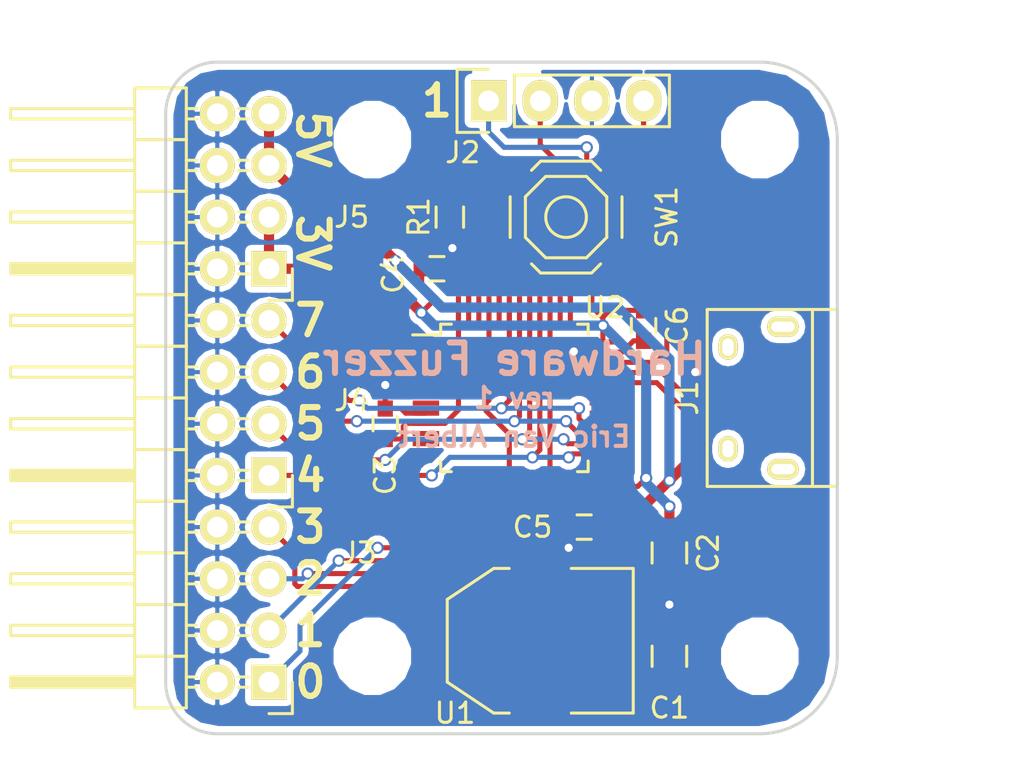
<source format=kicad_pcb>
(kicad_pcb (version 20171130) (host pcbnew "(5.1.12)-1")

  (general
    (thickness 1.6)
    (drawings 22)
    (tracks 226)
    (zones 0)
    (modules 19)
    (nets 39)
  )

  (page A4)
  (layers
    (0 F.Cu signal)
    (31 B.Cu signal)
    (32 B.Adhes user)
    (33 F.Adhes user)
    (34 B.Paste user)
    (35 F.Paste user)
    (36 B.SilkS user)
    (37 F.SilkS user)
    (38 B.Mask user)
    (39 F.Mask user)
    (40 Dwgs.User user)
    (41 Cmts.User user)
    (42 Eco1.User user)
    (43 Eco2.User user)
    (44 Edge.Cuts user)
    (45 Margin user)
    (46 B.CrtYd user)
    (47 F.CrtYd user)
    (48 B.Fab user)
    (49 F.Fab user)
  )

  (setup
    (last_trace_width 0.25)
    (user_trace_width 0.5)
    (trace_clearance 0.2)
    (zone_clearance 0.305)
    (zone_45_only no)
    (trace_min 0.2)
    (via_size 0.6)
    (via_drill 0.4)
    (via_min_size 0.4)
    (via_min_drill 0.3)
    (uvia_size 0.3)
    (uvia_drill 0.1)
    (uvias_allowed no)
    (uvia_min_size 0.2)
    (uvia_min_drill 0.1)
    (edge_width 0.15)
    (segment_width 0.2)
    (pcb_text_width 0.3)
    (pcb_text_size 1.5 1.5)
    (mod_edge_width 0.15)
    (mod_text_size 1 1)
    (mod_text_width 0.15)
    (pad_size 1.524 1.524)
    (pad_drill 0.762)
    (pad_to_mask_clearance 0.2)
    (aux_axis_origin 0 0)
    (grid_origin 160.02 99.06)
    (visible_elements 7FFFFFFF)
    (pcbplotparams
      (layerselection 0x010f0_80000001)
      (usegerberextensions false)
      (usegerberattributes true)
      (usegerberadvancedattributes true)
      (creategerberjobfile true)
      (excludeedgelayer true)
      (linewidth 0.100000)
      (plotframeref false)
      (viasonmask false)
      (mode 1)
      (useauxorigin false)
      (hpglpennumber 1)
      (hpglpenspeed 20)
      (hpglpendiameter 15.000000)
      (psnegative false)
      (psa4output false)
      (plotreference true)
      (plotvalue true)
      (plotinvisibletext false)
      (padsonsilk false)
      (subtractmaskfromsilk false)
      (outputformat 1)
      (mirror false)
      (drillshape 0)
      (scaleselection 1)
      (outputdirectory "gerber/"))
  )

  (net 0 "")
  (net 1 +5V)
  (net 2 GND)
  (net 3 VDD)
  (net 4 /USB_DM)
  (net 5 /USB_DP)
  (net 6 "Net-(J1-Pad4)")
  (net 7 "Net-(J1-Pad6)")
  (net 8 /SWCLK)
  (net 9 /SWDAT)
  (net 10 /D0)
  (net 11 /D1)
  (net 12 /D2)
  (net 13 /D3)
  (net 14 /D4)
  (net 15 /D5)
  (net 16 /D6)
  (net 17 /D7)
  (net 18 /BOOT)
  (net 19 "Net-(U2-Pad1)")
  (net 20 "Net-(U2-Pad2)")
  (net 21 "Net-(U2-Pad3)")
  (net 22 "Net-(U2-Pad4)")
  (net 23 "Net-(U2-Pad5)")
  (net 24 "Net-(U2-Pad6)")
  (net 25 "Net-(U2-Pad7)")
  (net 26 "Net-(U2-Pad10)")
  (net 27 "Net-(U2-Pad11)")
  (net 28 "Net-(U2-Pad12)")
  (net 29 "Net-(U2-Pad13)")
  (net 30 "Net-(U2-Pad14)")
  (net 31 "Net-(U2-Pad15)")
  (net 32 "Net-(U2-Pad16)")
  (net 33 "Net-(U2-Pad17)")
  (net 34 "Net-(U2-Pad29)")
  (net 35 "Net-(U2-Pad30)")
  (net 36 "Net-(U2-Pad31)")
  (net 37 "Net-(U2-Pad38)")
  (net 38 "Net-(U2-Pad46)")

  (net_class Default "This is the default net class."
    (clearance 0.2)
    (trace_width 0.25)
    (via_dia 0.6)
    (via_drill 0.4)
    (uvia_dia 0.3)
    (uvia_drill 0.1)
    (add_net +5V)
    (add_net /BOOT)
    (add_net /D0)
    (add_net /D1)
    (add_net /D2)
    (add_net /D3)
    (add_net /D4)
    (add_net /D5)
    (add_net /D6)
    (add_net /D7)
    (add_net /SWCLK)
    (add_net /SWDAT)
    (add_net /USB_DM)
    (add_net /USB_DP)
    (add_net GND)
    (add_net "Net-(J1-Pad4)")
    (add_net "Net-(J1-Pad6)")
    (add_net "Net-(U2-Pad1)")
    (add_net "Net-(U2-Pad10)")
    (add_net "Net-(U2-Pad11)")
    (add_net "Net-(U2-Pad12)")
    (add_net "Net-(U2-Pad13)")
    (add_net "Net-(U2-Pad14)")
    (add_net "Net-(U2-Pad15)")
    (add_net "Net-(U2-Pad16)")
    (add_net "Net-(U2-Pad17)")
    (add_net "Net-(U2-Pad2)")
    (add_net "Net-(U2-Pad29)")
    (add_net "Net-(U2-Pad3)")
    (add_net "Net-(U2-Pad30)")
    (add_net "Net-(U2-Pad31)")
    (add_net "Net-(U2-Pad38)")
    (add_net "Net-(U2-Pad4)")
    (add_net "Net-(U2-Pad46)")
    (add_net "Net-(U2-Pad5)")
    (add_net "Net-(U2-Pad6)")
    (add_net "Net-(U2-Pad7)")
    (add_net VDD)
  )

  (module Capacitors_SMD:C_0805 (layer F.Cu) (tedit 590006FB) (tstamp 58FFE8FC)
    (at 177.165 100.33 90)
    (descr "Capacitor SMD 0805, reflow soldering, AVX (see smccp.pdf)")
    (tags "capacitor 0805")
    (path /58FFFC13)
    (attr smd)
    (fp_text reference C1 (at -2.54 0 180) (layer F.SilkS)
      (effects (font (size 1 1) (thickness 0.15)))
    )
    (fp_text value 1u (at 0 2.1 90) (layer F.Fab)
      (effects (font (size 1 1) (thickness 0.15)))
    )
    (fp_line (start -0.5 0.85) (end 0.5 0.85) (layer F.SilkS) (width 0.15))
    (fp_line (start 0.5 -0.85) (end -0.5 -0.85) (layer F.SilkS) (width 0.15))
    (fp_line (start 1.8 -1) (end 1.8 1) (layer F.CrtYd) (width 0.05))
    (fp_line (start -1.8 -1) (end -1.8 1) (layer F.CrtYd) (width 0.05))
    (fp_line (start -1.8 1) (end 1.8 1) (layer F.CrtYd) (width 0.05))
    (fp_line (start -1.8 -1) (end 1.8 -1) (layer F.CrtYd) (width 0.05))
    (pad 1 smd rect (at -1 0 90) (size 1 1.25) (layers F.Cu F.Paste F.Mask)
      (net 1 +5V))
    (pad 2 smd rect (at 1 0 90) (size 1 1.25) (layers F.Cu F.Paste F.Mask)
      (net 2 GND))
    (model Capacitors_SMD.3dshapes/C_0805.wrl
      (at (xyz 0 0 0))
      (scale (xyz 1 1 1))
      (rotate (xyz 0 0 0))
    )
  )

  (module Capacitors_SMD:C_0805 (layer F.Cu) (tedit 590006C5) (tstamp 58FFE902)
    (at 177.165 95.25 270)
    (descr "Capacitor SMD 0805, reflow soldering, AVX (see smccp.pdf)")
    (tags "capacitor 0805")
    (path /58FFFCA0)
    (attr smd)
    (fp_text reference C2 (at 0 -1.905 270) (layer F.SilkS)
      (effects (font (size 1 1) (thickness 0.15)))
    )
    (fp_text value 1u (at 0 2.1 270) (layer F.Fab)
      (effects (font (size 1 1) (thickness 0.15)))
    )
    (fp_line (start -0.5 0.85) (end 0.5 0.85) (layer F.SilkS) (width 0.15))
    (fp_line (start 0.5 -0.85) (end -0.5 -0.85) (layer F.SilkS) (width 0.15))
    (fp_line (start 1.8 -1) (end 1.8 1) (layer F.CrtYd) (width 0.05))
    (fp_line (start -1.8 -1) (end -1.8 1) (layer F.CrtYd) (width 0.05))
    (fp_line (start -1.8 1) (end 1.8 1) (layer F.CrtYd) (width 0.05))
    (fp_line (start -1.8 -1) (end 1.8 -1) (layer F.CrtYd) (width 0.05))
    (pad 1 smd rect (at -1 0 270) (size 1 1.25) (layers F.Cu F.Paste F.Mask)
      (net 3 VDD))
    (pad 2 smd rect (at 1 0 270) (size 1 1.25) (layers F.Cu F.Paste F.Mask)
      (net 2 GND))
    (model Capacitors_SMD.3dshapes/C_0805.wrl
      (at (xyz 0 0 0))
      (scale (xyz 1 1 1))
      (rotate (xyz 0 0 0))
    )
  )

  (module Capacitors_SMD:C_0603 (layer F.Cu) (tedit 590005C1) (tstamp 58FFE908)
    (at 163.195 88.9 90)
    (descr "Capacitor SMD 0603, reflow soldering, AVX (see smccp.pdf)")
    (tags "capacitor 0603")
    (path /59000133)
    (attr smd)
    (fp_text reference C3 (at -2.54 0 90) (layer F.SilkS)
      (effects (font (size 1 1) (thickness 0.15)))
    )
    (fp_text value 100n (at 0 1.9 90) (layer F.Fab)
      (effects (font (size 1 1) (thickness 0.15)))
    )
    (fp_line (start 0.35 0.6) (end -0.35 0.6) (layer F.SilkS) (width 0.15))
    (fp_line (start -0.35 -0.6) (end 0.35 -0.6) (layer F.SilkS) (width 0.15))
    (fp_line (start 1.45 -0.75) (end 1.45 0.75) (layer F.CrtYd) (width 0.05))
    (fp_line (start -1.45 -0.75) (end -1.45 0.75) (layer F.CrtYd) (width 0.05))
    (fp_line (start -1.45 0.75) (end 1.45 0.75) (layer F.CrtYd) (width 0.05))
    (fp_line (start -1.45 -0.75) (end 1.45 -0.75) (layer F.CrtYd) (width 0.05))
    (pad 1 smd rect (at -0.75 0 90) (size 0.8 0.75) (layers F.Cu F.Paste F.Mask)
      (net 3 VDD))
    (pad 2 smd rect (at 0.75 0 90) (size 0.8 0.75) (layers F.Cu F.Paste F.Mask)
      (net 2 GND))
    (model Capacitors_SMD.3dshapes/C_0603.wrl
      (at (xyz 0 0 0))
      (scale (xyz 1 1 1))
      (rotate (xyz 0 0 0))
    )
  )

  (module Capacitors_SMD:C_0603 (layer F.Cu) (tedit 59000616) (tstamp 58FFE90E)
    (at 165.735 81.28)
    (descr "Capacitor SMD 0603, reflow soldering, AVX (see smccp.pdf)")
    (tags "capacitor 0603")
    (path /59000309)
    (attr smd)
    (fp_text reference C4 (at -2.159 0.254 90) (layer F.SilkS)
      (effects (font (size 1 1) (thickness 0.15)))
    )
    (fp_text value 100n (at 0 1.9) (layer F.Fab)
      (effects (font (size 1 1) (thickness 0.15)))
    )
    (fp_line (start 0.35 0.6) (end -0.35 0.6) (layer F.SilkS) (width 0.15))
    (fp_line (start -0.35 -0.6) (end 0.35 -0.6) (layer F.SilkS) (width 0.15))
    (fp_line (start 1.45 -0.75) (end 1.45 0.75) (layer F.CrtYd) (width 0.05))
    (fp_line (start -1.45 -0.75) (end -1.45 0.75) (layer F.CrtYd) (width 0.05))
    (fp_line (start -1.45 0.75) (end 1.45 0.75) (layer F.CrtYd) (width 0.05))
    (fp_line (start -1.45 -0.75) (end 1.45 -0.75) (layer F.CrtYd) (width 0.05))
    (pad 1 smd rect (at -0.75 0) (size 0.8 0.75) (layers F.Cu F.Paste F.Mask)
      (net 3 VDD))
    (pad 2 smd rect (at 0.75 0) (size 0.8 0.75) (layers F.Cu F.Paste F.Mask)
      (net 2 GND))
    (model Capacitors_SMD.3dshapes/C_0603.wrl
      (at (xyz 0 0 0))
      (scale (xyz 1 1 1))
      (rotate (xyz 0 0 0))
    )
  )

  (module Capacitors_SMD:C_0603 (layer F.Cu) (tedit 590006C2) (tstamp 58FFE914)
    (at 172.974 93.98 180)
    (descr "Capacitor SMD 0603, reflow soldering, AVX (see smccp.pdf)")
    (tags "capacitor 0603")
    (path /59000420)
    (attr smd)
    (fp_text reference C5 (at 2.54 0 180) (layer F.SilkS)
      (effects (font (size 1 1) (thickness 0.15)))
    )
    (fp_text value 100n (at 0 1.9 180) (layer F.Fab)
      (effects (font (size 1 1) (thickness 0.15)))
    )
    (fp_line (start 0.35 0.6) (end -0.35 0.6) (layer F.SilkS) (width 0.15))
    (fp_line (start -0.35 -0.6) (end 0.35 -0.6) (layer F.SilkS) (width 0.15))
    (fp_line (start 1.45 -0.75) (end 1.45 0.75) (layer F.CrtYd) (width 0.05))
    (fp_line (start -1.45 -0.75) (end -1.45 0.75) (layer F.CrtYd) (width 0.05))
    (fp_line (start -1.45 0.75) (end 1.45 0.75) (layer F.CrtYd) (width 0.05))
    (fp_line (start -1.45 -0.75) (end 1.45 -0.75) (layer F.CrtYd) (width 0.05))
    (pad 1 smd rect (at -0.75 0 180) (size 0.8 0.75) (layers F.Cu F.Paste F.Mask)
      (net 3 VDD))
    (pad 2 smd rect (at 0.75 0 180) (size 0.8 0.75) (layers F.Cu F.Paste F.Mask)
      (net 2 GND))
    (model Capacitors_SMD.3dshapes/C_0603.wrl
      (at (xyz 0 0 0))
      (scale (xyz 1 1 1))
      (rotate (xyz 0 0 0))
    )
  )

  (module Capacitors_SMD:C_0603 (layer F.Cu) (tedit 590006BB) (tstamp 58FFE91A)
    (at 175.895 84.074 270)
    (descr "Capacitor SMD 0603, reflow soldering, AVX (see smccp.pdf)")
    (tags "capacitor 0603")
    (path /590005AC)
    (attr smd)
    (fp_text reference C6 (at 0 -1.651 270) (layer F.SilkS)
      (effects (font (size 1 1) (thickness 0.15)))
    )
    (fp_text value 100n (at 0 1.9 270) (layer F.Fab)
      (effects (font (size 1 1) (thickness 0.15)))
    )
    (fp_line (start 0.35 0.6) (end -0.35 0.6) (layer F.SilkS) (width 0.15))
    (fp_line (start -0.35 -0.6) (end 0.35 -0.6) (layer F.SilkS) (width 0.15))
    (fp_line (start 1.45 -0.75) (end 1.45 0.75) (layer F.CrtYd) (width 0.05))
    (fp_line (start -1.45 -0.75) (end -1.45 0.75) (layer F.CrtYd) (width 0.05))
    (fp_line (start -1.45 0.75) (end 1.45 0.75) (layer F.CrtYd) (width 0.05))
    (fp_line (start -1.45 -0.75) (end 1.45 -0.75) (layer F.CrtYd) (width 0.05))
    (pad 1 smd rect (at -0.75 0 270) (size 0.8 0.75) (layers F.Cu F.Paste F.Mask)
      (net 3 VDD))
    (pad 2 smd rect (at 0.75 0 270) (size 0.8 0.75) (layers F.Cu F.Paste F.Mask)
      (net 2 GND))
    (model Capacitors_SMD.3dshapes/C_0603.wrl
      (at (xyz 0 0 0))
      (scale (xyz 1 1 1))
      (rotate (xyz 0 0 0))
    )
  )

  (module Connect:USB_Micro-B (layer F.Cu) (tedit 590006B7) (tstamp 58FFE927)
    (at 181.61 87.63 90)
    (descr "Micro USB Type B Receptacle")
    (tags "USB USB_B USB_micro USB_OTG")
    (path /58FFDDE4)
    (attr smd)
    (fp_text reference J1 (at 0 -3.556 90) (layer F.SilkS)
      (effects (font (size 1 1) (thickness 0.15)))
    )
    (fp_text value USB_OTG (at 0 4.8 90) (layer F.Fab)
      (effects (font (size 1 1) (thickness 0.15)))
    )
    (fp_line (start -4.3509 3.81746) (end -4.3509 -2.58754) (layer F.SilkS) (width 0.15))
    (fp_line (start 4.3491 2.58746) (end -4.3509 2.58746) (layer F.SilkS) (width 0.15))
    (fp_line (start 4.3491 -2.58754) (end 4.3491 3.81746) (layer F.SilkS) (width 0.15))
    (fp_line (start -4.3509 -2.58754) (end 4.3491 -2.58754) (layer F.SilkS) (width 0.15))
    (fp_line (start -4.3509 3.81746) (end 4.3491 3.81746) (layer F.SilkS) (width 0.15))
    (fp_line (start -4.6 4.05) (end -4.6 -2.8) (layer F.CrtYd) (width 0.05))
    (fp_line (start 4.6 4.05) (end -4.6 4.05) (layer F.CrtYd) (width 0.05))
    (fp_line (start 4.6 -2.8) (end 4.6 4.05) (layer F.CrtYd) (width 0.05))
    (fp_line (start -4.6 -2.8) (end 4.6 -2.8) (layer F.CrtYd) (width 0.05))
    (pad 1 smd rect (at -1.3009 -1.56254 180) (size 1.35 0.4) (layers F.Cu F.Paste F.Mask)
      (net 1 +5V))
    (pad 2 smd rect (at -0.6509 -1.56254 180) (size 1.35 0.4) (layers F.Cu F.Paste F.Mask)
      (net 4 /USB_DM))
    (pad 3 smd rect (at -0.0009 -1.56254 180) (size 1.35 0.4) (layers F.Cu F.Paste F.Mask)
      (net 5 /USB_DP))
    (pad 4 smd rect (at 0.6491 -1.56254 180) (size 1.35 0.4) (layers F.Cu F.Paste F.Mask)
      (net 6 "Net-(J1-Pad4)"))
    (pad 5 smd rect (at 1.2991 -1.56254 180) (size 1.35 0.4) (layers F.Cu F.Paste F.Mask)
      (net 2 GND))
    (pad 6 thru_hole oval (at -2.5009 -1.56254 180) (size 0.95 1.25) (drill oval 0.55 0.85) (layers *.Cu *.Mask F.SilkS)
      (net 7 "Net-(J1-Pad6)"))
    (pad 6 thru_hole oval (at 2.4991 -1.56254 180) (size 0.95 1.25) (drill oval 0.55 0.85) (layers *.Cu *.Mask F.SilkS)
      (net 7 "Net-(J1-Pad6)"))
    (pad 6 thru_hole oval (at -3.5009 1.13746 180) (size 1.55 1) (drill oval 1.15 0.5) (layers *.Cu *.Mask F.SilkS)
      (net 7 "Net-(J1-Pad6)"))
    (pad 6 thru_hole oval (at 3.4991 1.13746 180) (size 1.55 1) (drill oval 1.15 0.5) (layers *.Cu *.Mask F.SilkS)
      (net 7 "Net-(J1-Pad6)"))
  )

  (module Pin_Headers:Pin_Header_Straight_1x04 (layer F.Cu) (tedit 590005FC) (tstamp 58FFE92F)
    (at 168.275 73.025 90)
    (descr "Through hole pin header")
    (tags "pin header")
    (path /59000C1A)
    (fp_text reference J2 (at -2.54 -1.27 180) (layer F.SilkS)
      (effects (font (size 1 1) (thickness 0.15)))
    )
    (fp_text value CONN_01X04 (at 0 -3.1 90) (layer F.Fab)
      (effects (font (size 1 1) (thickness 0.15)))
    )
    (fp_line (start -1.55 -1.55) (end 1.55 -1.55) (layer F.SilkS) (width 0.15))
    (fp_line (start -1.55 0) (end -1.55 -1.55) (layer F.SilkS) (width 0.15))
    (fp_line (start 1.27 1.27) (end -1.27 1.27) (layer F.SilkS) (width 0.15))
    (fp_line (start -1.27 8.89) (end 1.27 8.89) (layer F.SilkS) (width 0.15))
    (fp_line (start 1.55 -1.55) (end 1.55 0) (layer F.SilkS) (width 0.15))
    (fp_line (start 1.27 1.27) (end 1.27 8.89) (layer F.SilkS) (width 0.15))
    (fp_line (start -1.27 1.27) (end -1.27 8.89) (layer F.SilkS) (width 0.15))
    (fp_line (start -1.75 9.4) (end 1.75 9.4) (layer F.CrtYd) (width 0.05))
    (fp_line (start -1.75 -1.75) (end 1.75 -1.75) (layer F.CrtYd) (width 0.05))
    (fp_line (start 1.75 -1.75) (end 1.75 9.4) (layer F.CrtYd) (width 0.05))
    (fp_line (start -1.75 -1.75) (end -1.75 9.4) (layer F.CrtYd) (width 0.05))
    (pad 1 thru_hole rect (at 0 0 90) (size 2.032 1.7272) (drill 1.016) (layers *.Cu *.Mask F.SilkS)
      (net 3 VDD))
    (pad 2 thru_hole oval (at 0 2.54 90) (size 2.032 1.7272) (drill 1.016) (layers *.Cu *.Mask F.SilkS)
      (net 8 /SWCLK))
    (pad 3 thru_hole oval (at 0 5.08 90) (size 2.032 1.7272) (drill 1.016) (layers *.Cu *.Mask F.SilkS)
      (net 2 GND))
    (pad 4 thru_hole oval (at 0 7.62 90) (size 2.032 1.7272) (drill 1.016) (layers *.Cu *.Mask F.SilkS)
      (net 9 /SWDAT))
    (model Pin_Headers.3dshapes/Pin_Header_Straight_1x04.wrl
      (offset (xyz 0 -3.809999942779541 0))
      (scale (xyz 1 1 1))
      (rotate (xyz 0 0 90))
    )
  )

  (module Pin_Headers:Pin_Header_Angled_2x04 (layer F.Cu) (tedit 59000775) (tstamp 58FFE93B)
    (at 157.48 101.6 180)
    (descr "Through hole pin header")
    (tags "pin header")
    (path /59000F79)
    (fp_text reference J3 (at -4.445 6.35) (layer F.SilkS)
      (effects (font (size 1 1) (thickness 0.15)))
    )
    (fp_text value CONN_02X04 (at 0 -3.1 180) (layer F.Fab)
      (effects (font (size 1 1) (thickness 0.15)))
    )
    (fp_line (start 4.064 -1.27) (end 6.604 -1.27) (layer F.SilkS) (width 0.15))
    (fp_line (start 4.064 -1.27) (end 4.064 1.27) (layer F.SilkS) (width 0.15))
    (fp_line (start 4.064 1.27) (end 6.604 1.27) (layer F.SilkS) (width 0.15))
    (fp_line (start 6.604 -0.254) (end 12.7 -0.254) (layer F.SilkS) (width 0.15))
    (fp_line (start 12.7 -0.254) (end 12.7 0.254) (layer F.SilkS) (width 0.15))
    (fp_line (start 12.7 0.254) (end 6.604 0.254) (layer F.SilkS) (width 0.15))
    (fp_line (start 6.604 1.27) (end 6.604 -1.27) (layer F.SilkS) (width 0.15))
    (fp_line (start 6.604 3.81) (end 6.604 1.27) (layer F.SilkS) (width 0.15))
    (fp_line (start 12.7 2.794) (end 6.604 2.794) (layer F.SilkS) (width 0.15))
    (fp_line (start 12.7 2.286) (end 12.7 2.794) (layer F.SilkS) (width 0.15))
    (fp_line (start 6.604 2.286) (end 12.7 2.286) (layer F.SilkS) (width 0.15))
    (fp_line (start 4.064 3.81) (end 6.604 3.81) (layer F.SilkS) (width 0.15))
    (fp_line (start 4.064 1.27) (end 4.064 3.81) (layer F.SilkS) (width 0.15))
    (fp_line (start 4.064 1.27) (end 6.604 1.27) (layer F.SilkS) (width 0.15))
    (fp_line (start 4.064 6.35) (end 6.604 6.35) (layer F.SilkS) (width 0.15))
    (fp_line (start 4.064 6.35) (end 4.064 8.89) (layer F.SilkS) (width 0.15))
    (fp_line (start 4.064 8.89) (end 6.604 8.89) (layer F.SilkS) (width 0.15))
    (fp_line (start 6.604 7.366) (end 12.7 7.366) (layer F.SilkS) (width 0.15))
    (fp_line (start 12.7 7.366) (end 12.7 7.874) (layer F.SilkS) (width 0.15))
    (fp_line (start 12.7 7.874) (end 6.604 7.874) (layer F.SilkS) (width 0.15))
    (fp_line (start 6.604 8.89) (end 6.604 6.35) (layer F.SilkS) (width 0.15))
    (fp_line (start 6.604 6.35) (end 6.604 3.81) (layer F.SilkS) (width 0.15))
    (fp_line (start 12.7 5.334) (end 6.604 5.334) (layer F.SilkS) (width 0.15))
    (fp_line (start 12.7 4.826) (end 12.7 5.334) (layer F.SilkS) (width 0.15))
    (fp_line (start 6.604 4.826) (end 12.7 4.826) (layer F.SilkS) (width 0.15))
    (fp_line (start 4.064 6.35) (end 6.604 6.35) (layer F.SilkS) (width 0.15))
    (fp_line (start 4.064 3.81) (end 4.064 6.35) (layer F.SilkS) (width 0.15))
    (fp_line (start 4.064 3.81) (end 6.604 3.81) (layer F.SilkS) (width 0.15))
    (fp_line (start 4.064 8.89) (end 6.604 8.89) (layer F.SilkS) (width 0.15))
    (fp_line (start 6.731 0) (end 12.573 0) (layer F.SilkS) (width 0.15))
    (fp_line (start 6.731 0.127) (end 6.731 0) (layer F.SilkS) (width 0.15))
    (fp_line (start 12.573 0.127) (end 6.731 0.127) (layer F.SilkS) (width 0.15))
    (fp_line (start 12.573 -0.127) (end 12.573 0.127) (layer F.SilkS) (width 0.15))
    (fp_line (start 6.604 -0.127) (end 12.573 -0.127) (layer F.SilkS) (width 0.15))
    (fp_line (start 4.064 4.826) (end 3.556 4.826) (layer F.SilkS) (width 0.15))
    (fp_line (start 4.064 5.334) (end 3.556 5.334) (layer F.SilkS) (width 0.15))
    (fp_line (start 4.064 7.366) (end 3.556 7.366) (layer F.SilkS) (width 0.15))
    (fp_line (start 4.064 7.874) (end 3.556 7.874) (layer F.SilkS) (width 0.15))
    (fp_line (start 4.064 2.794) (end 3.556 2.794) (layer F.SilkS) (width 0.15))
    (fp_line (start 4.064 2.286) (end 3.556 2.286) (layer F.SilkS) (width 0.15))
    (fp_line (start 4.064 0.254) (end 3.556 0.254) (layer F.SilkS) (width 0.15))
    (fp_line (start 4.064 -0.254) (end 3.556 -0.254) (layer F.SilkS) (width 0.15))
    (fp_line (start 1.524 -0.254) (end 1.016 -0.254) (layer F.SilkS) (width 0.15))
    (fp_line (start 1.524 0.254) (end 1.016 0.254) (layer F.SilkS) (width 0.15))
    (fp_line (start 1.524 2.286) (end 1.016 2.286) (layer F.SilkS) (width 0.15))
    (fp_line (start 1.524 2.794) (end 1.016 2.794) (layer F.SilkS) (width 0.15))
    (fp_line (start 1.524 4.826) (end 1.016 4.826) (layer F.SilkS) (width 0.15))
    (fp_line (start 1.524 5.334) (end 1.016 5.334) (layer F.SilkS) (width 0.15))
    (fp_line (start 1.524 7.366) (end 1.016 7.366) (layer F.SilkS) (width 0.15))
    (fp_line (start 1.524 7.874) (end 1.016 7.874) (layer F.SilkS) (width 0.15))
    (fp_line (start -1.35 9.4) (end 13.2 9.4) (layer F.CrtYd) (width 0.05))
    (fp_line (start -1.35 -1.75) (end 13.2 -1.75) (layer F.CrtYd) (width 0.05))
    (fp_line (start 13.2 -1.75) (end 13.2 9.4) (layer F.CrtYd) (width 0.05))
    (fp_line (start -1.35 -1.75) (end -1.35 9.4) (layer F.CrtYd) (width 0.05))
    (fp_line (start -1.15 -1.55) (end -1.15 0) (layer F.SilkS) (width 0.15))
    (fp_line (start 0 -1.55) (end -1.15 -1.55) (layer F.SilkS) (width 0.15))
    (pad 1 thru_hole rect (at 0 0 180) (size 1.7272 1.7272) (drill 1.016) (layers *.Cu *.Mask F.SilkS)
      (net 10 /D0))
    (pad 2 thru_hole oval (at 2.54 0 180) (size 1.7272 1.7272) (drill 1.016) (layers *.Cu *.Mask F.SilkS)
      (net 2 GND))
    (pad 3 thru_hole oval (at 0 2.54 180) (size 1.7272 1.7272) (drill 1.016) (layers *.Cu *.Mask F.SilkS)
      (net 11 /D1))
    (pad 4 thru_hole oval (at 2.54 2.54 180) (size 1.7272 1.7272) (drill 1.016) (layers *.Cu *.Mask F.SilkS)
      (net 2 GND))
    (pad 5 thru_hole oval (at 0 5.08 180) (size 1.7272 1.7272) (drill 1.016) (layers *.Cu *.Mask F.SilkS)
      (net 12 /D2))
    (pad 6 thru_hole oval (at 2.54 5.08 180) (size 1.7272 1.7272) (drill 1.016) (layers *.Cu *.Mask F.SilkS)
      (net 2 GND))
    (pad 7 thru_hole oval (at 0 7.62 180) (size 1.7272 1.7272) (drill 1.016) (layers *.Cu *.Mask F.SilkS)
      (net 13 /D3))
    (pad 8 thru_hole oval (at 2.54 7.62 180) (size 1.7272 1.7272) (drill 1.016) (layers *.Cu *.Mask F.SilkS)
      (net 2 GND))
    (model Pin_Headers.3dshapes/Pin_Header_Angled_2x04.wrl
      (offset (xyz 1.269999980926514 -3.809999942779541 0))
      (scale (xyz 1 1 1))
      (rotate (xyz 0 0 90))
    )
  )

  (module Pin_Headers:Pin_Header_Angled_2x04 (layer F.Cu) (tedit 590007DE) (tstamp 58FFE947)
    (at 157.48 91.44 180)
    (descr "Through hole pin header")
    (tags "pin header")
    (path /5900100B)
    (fp_text reference J4 (at -4.064 3.683 180) (layer F.SilkS)
      (effects (font (size 1 1) (thickness 0.15)))
    )
    (fp_text value CONN_02X04 (at 0 -3.1 180) (layer F.Fab)
      (effects (font (size 1 1) (thickness 0.15)))
    )
    (fp_line (start 4.064 -1.27) (end 6.604 -1.27) (layer F.SilkS) (width 0.15))
    (fp_line (start 4.064 -1.27) (end 4.064 1.27) (layer F.SilkS) (width 0.15))
    (fp_line (start 4.064 1.27) (end 6.604 1.27) (layer F.SilkS) (width 0.15))
    (fp_line (start 6.604 -0.254) (end 12.7 -0.254) (layer F.SilkS) (width 0.15))
    (fp_line (start 12.7 -0.254) (end 12.7 0.254) (layer F.SilkS) (width 0.15))
    (fp_line (start 12.7 0.254) (end 6.604 0.254) (layer F.SilkS) (width 0.15))
    (fp_line (start 6.604 1.27) (end 6.604 -1.27) (layer F.SilkS) (width 0.15))
    (fp_line (start 6.604 3.81) (end 6.604 1.27) (layer F.SilkS) (width 0.15))
    (fp_line (start 12.7 2.794) (end 6.604 2.794) (layer F.SilkS) (width 0.15))
    (fp_line (start 12.7 2.286) (end 12.7 2.794) (layer F.SilkS) (width 0.15))
    (fp_line (start 6.604 2.286) (end 12.7 2.286) (layer F.SilkS) (width 0.15))
    (fp_line (start 4.064 3.81) (end 6.604 3.81) (layer F.SilkS) (width 0.15))
    (fp_line (start 4.064 1.27) (end 4.064 3.81) (layer F.SilkS) (width 0.15))
    (fp_line (start 4.064 1.27) (end 6.604 1.27) (layer F.SilkS) (width 0.15))
    (fp_line (start 4.064 6.35) (end 6.604 6.35) (layer F.SilkS) (width 0.15))
    (fp_line (start 4.064 6.35) (end 4.064 8.89) (layer F.SilkS) (width 0.15))
    (fp_line (start 4.064 8.89) (end 6.604 8.89) (layer F.SilkS) (width 0.15))
    (fp_line (start 6.604 7.366) (end 12.7 7.366) (layer F.SilkS) (width 0.15))
    (fp_line (start 12.7 7.366) (end 12.7 7.874) (layer F.SilkS) (width 0.15))
    (fp_line (start 12.7 7.874) (end 6.604 7.874) (layer F.SilkS) (width 0.15))
    (fp_line (start 6.604 8.89) (end 6.604 6.35) (layer F.SilkS) (width 0.15))
    (fp_line (start 6.604 6.35) (end 6.604 3.81) (layer F.SilkS) (width 0.15))
    (fp_line (start 12.7 5.334) (end 6.604 5.334) (layer F.SilkS) (width 0.15))
    (fp_line (start 12.7 4.826) (end 12.7 5.334) (layer F.SilkS) (width 0.15))
    (fp_line (start 6.604 4.826) (end 12.7 4.826) (layer F.SilkS) (width 0.15))
    (fp_line (start 4.064 6.35) (end 6.604 6.35) (layer F.SilkS) (width 0.15))
    (fp_line (start 4.064 3.81) (end 4.064 6.35) (layer F.SilkS) (width 0.15))
    (fp_line (start 4.064 3.81) (end 6.604 3.81) (layer F.SilkS) (width 0.15))
    (fp_line (start 4.064 8.89) (end 6.604 8.89) (layer F.SilkS) (width 0.15))
    (fp_line (start 6.731 0) (end 12.573 0) (layer F.SilkS) (width 0.15))
    (fp_line (start 6.731 0.127) (end 6.731 0) (layer F.SilkS) (width 0.15))
    (fp_line (start 12.573 0.127) (end 6.731 0.127) (layer F.SilkS) (width 0.15))
    (fp_line (start 12.573 -0.127) (end 12.573 0.127) (layer F.SilkS) (width 0.15))
    (fp_line (start 6.604 -0.127) (end 12.573 -0.127) (layer F.SilkS) (width 0.15))
    (fp_line (start 4.064 4.826) (end 3.556 4.826) (layer F.SilkS) (width 0.15))
    (fp_line (start 4.064 5.334) (end 3.556 5.334) (layer F.SilkS) (width 0.15))
    (fp_line (start 4.064 7.366) (end 3.556 7.366) (layer F.SilkS) (width 0.15))
    (fp_line (start 4.064 7.874) (end 3.556 7.874) (layer F.SilkS) (width 0.15))
    (fp_line (start 4.064 2.794) (end 3.556 2.794) (layer F.SilkS) (width 0.15))
    (fp_line (start 4.064 2.286) (end 3.556 2.286) (layer F.SilkS) (width 0.15))
    (fp_line (start 4.064 0.254) (end 3.556 0.254) (layer F.SilkS) (width 0.15))
    (fp_line (start 4.064 -0.254) (end 3.556 -0.254) (layer F.SilkS) (width 0.15))
    (fp_line (start 1.524 -0.254) (end 1.016 -0.254) (layer F.SilkS) (width 0.15))
    (fp_line (start 1.524 0.254) (end 1.016 0.254) (layer F.SilkS) (width 0.15))
    (fp_line (start 1.524 2.286) (end 1.016 2.286) (layer F.SilkS) (width 0.15))
    (fp_line (start 1.524 2.794) (end 1.016 2.794) (layer F.SilkS) (width 0.15))
    (fp_line (start 1.524 4.826) (end 1.016 4.826) (layer F.SilkS) (width 0.15))
    (fp_line (start 1.524 5.334) (end 1.016 5.334) (layer F.SilkS) (width 0.15))
    (fp_line (start 1.524 7.366) (end 1.016 7.366) (layer F.SilkS) (width 0.15))
    (fp_line (start 1.524 7.874) (end 1.016 7.874) (layer F.SilkS) (width 0.15))
    (fp_line (start -1.35 9.4) (end 13.2 9.4) (layer F.CrtYd) (width 0.05))
    (fp_line (start -1.35 -1.75) (end 13.2 -1.75) (layer F.CrtYd) (width 0.05))
    (fp_line (start 13.2 -1.75) (end 13.2 9.4) (layer F.CrtYd) (width 0.05))
    (fp_line (start -1.35 -1.75) (end -1.35 9.4) (layer F.CrtYd) (width 0.05))
    (fp_line (start -1.15 -1.55) (end -1.15 0) (layer F.SilkS) (width 0.15))
    (fp_line (start 0 -1.55) (end -1.15 -1.55) (layer F.SilkS) (width 0.15))
    (pad 1 thru_hole rect (at 0 0 180) (size 1.7272 1.7272) (drill 1.016) (layers *.Cu *.Mask F.SilkS)
      (net 14 /D4))
    (pad 2 thru_hole oval (at 2.54 0 180) (size 1.7272 1.7272) (drill 1.016) (layers *.Cu *.Mask F.SilkS)
      (net 2 GND))
    (pad 3 thru_hole oval (at 0 2.54 180) (size 1.7272 1.7272) (drill 1.016) (layers *.Cu *.Mask F.SilkS)
      (net 15 /D5))
    (pad 4 thru_hole oval (at 2.54 2.54 180) (size 1.7272 1.7272) (drill 1.016) (layers *.Cu *.Mask F.SilkS)
      (net 2 GND))
    (pad 5 thru_hole oval (at 0 5.08 180) (size 1.7272 1.7272) (drill 1.016) (layers *.Cu *.Mask F.SilkS)
      (net 16 /D6))
    (pad 6 thru_hole oval (at 2.54 5.08 180) (size 1.7272 1.7272) (drill 1.016) (layers *.Cu *.Mask F.SilkS)
      (net 2 GND))
    (pad 7 thru_hole oval (at 0 7.62 180) (size 1.7272 1.7272) (drill 1.016) (layers *.Cu *.Mask F.SilkS)
      (net 17 /D7))
    (pad 8 thru_hole oval (at 2.54 7.62 180) (size 1.7272 1.7272) (drill 1.016) (layers *.Cu *.Mask F.SilkS)
      (net 2 GND))
    (model Pin_Headers.3dshapes/Pin_Header_Angled_2x04.wrl
      (offset (xyz 1.269999980926514 -3.809999942779541 0))
      (scale (xyz 1 1 1))
      (rotate (xyz 0 0 90))
    )
  )

  (module Pin_Headers:Pin_Header_Angled_2x04 (layer F.Cu) (tedit 590007E6) (tstamp 58FFE953)
    (at 157.48 81.28 180)
    (descr "Through hole pin header")
    (tags "pin header")
    (path /590010D9)
    (fp_text reference J5 (at -4.064 2.54) (layer F.SilkS)
      (effects (font (size 1 1) (thickness 0.15)))
    )
    (fp_text value CONN_02X04 (at 0 -3.1 180) (layer F.Fab)
      (effects (font (size 1 1) (thickness 0.15)))
    )
    (fp_line (start 4.064 -1.27) (end 6.604 -1.27) (layer F.SilkS) (width 0.15))
    (fp_line (start 4.064 -1.27) (end 4.064 1.27) (layer F.SilkS) (width 0.15))
    (fp_line (start 4.064 1.27) (end 6.604 1.27) (layer F.SilkS) (width 0.15))
    (fp_line (start 6.604 -0.254) (end 12.7 -0.254) (layer F.SilkS) (width 0.15))
    (fp_line (start 12.7 -0.254) (end 12.7 0.254) (layer F.SilkS) (width 0.15))
    (fp_line (start 12.7 0.254) (end 6.604 0.254) (layer F.SilkS) (width 0.15))
    (fp_line (start 6.604 1.27) (end 6.604 -1.27) (layer F.SilkS) (width 0.15))
    (fp_line (start 6.604 3.81) (end 6.604 1.27) (layer F.SilkS) (width 0.15))
    (fp_line (start 12.7 2.794) (end 6.604 2.794) (layer F.SilkS) (width 0.15))
    (fp_line (start 12.7 2.286) (end 12.7 2.794) (layer F.SilkS) (width 0.15))
    (fp_line (start 6.604 2.286) (end 12.7 2.286) (layer F.SilkS) (width 0.15))
    (fp_line (start 4.064 3.81) (end 6.604 3.81) (layer F.SilkS) (width 0.15))
    (fp_line (start 4.064 1.27) (end 4.064 3.81) (layer F.SilkS) (width 0.15))
    (fp_line (start 4.064 1.27) (end 6.604 1.27) (layer F.SilkS) (width 0.15))
    (fp_line (start 4.064 6.35) (end 6.604 6.35) (layer F.SilkS) (width 0.15))
    (fp_line (start 4.064 6.35) (end 4.064 8.89) (layer F.SilkS) (width 0.15))
    (fp_line (start 4.064 8.89) (end 6.604 8.89) (layer F.SilkS) (width 0.15))
    (fp_line (start 6.604 7.366) (end 12.7 7.366) (layer F.SilkS) (width 0.15))
    (fp_line (start 12.7 7.366) (end 12.7 7.874) (layer F.SilkS) (width 0.15))
    (fp_line (start 12.7 7.874) (end 6.604 7.874) (layer F.SilkS) (width 0.15))
    (fp_line (start 6.604 8.89) (end 6.604 6.35) (layer F.SilkS) (width 0.15))
    (fp_line (start 6.604 6.35) (end 6.604 3.81) (layer F.SilkS) (width 0.15))
    (fp_line (start 12.7 5.334) (end 6.604 5.334) (layer F.SilkS) (width 0.15))
    (fp_line (start 12.7 4.826) (end 12.7 5.334) (layer F.SilkS) (width 0.15))
    (fp_line (start 6.604 4.826) (end 12.7 4.826) (layer F.SilkS) (width 0.15))
    (fp_line (start 4.064 6.35) (end 6.604 6.35) (layer F.SilkS) (width 0.15))
    (fp_line (start 4.064 3.81) (end 4.064 6.35) (layer F.SilkS) (width 0.15))
    (fp_line (start 4.064 3.81) (end 6.604 3.81) (layer F.SilkS) (width 0.15))
    (fp_line (start 4.064 8.89) (end 6.604 8.89) (layer F.SilkS) (width 0.15))
    (fp_line (start 6.731 0) (end 12.573 0) (layer F.SilkS) (width 0.15))
    (fp_line (start 6.731 0.127) (end 6.731 0) (layer F.SilkS) (width 0.15))
    (fp_line (start 12.573 0.127) (end 6.731 0.127) (layer F.SilkS) (width 0.15))
    (fp_line (start 12.573 -0.127) (end 12.573 0.127) (layer F.SilkS) (width 0.15))
    (fp_line (start 6.604 -0.127) (end 12.573 -0.127) (layer F.SilkS) (width 0.15))
    (fp_line (start 4.064 4.826) (end 3.556 4.826) (layer F.SilkS) (width 0.15))
    (fp_line (start 4.064 5.334) (end 3.556 5.334) (layer F.SilkS) (width 0.15))
    (fp_line (start 4.064 7.366) (end 3.556 7.366) (layer F.SilkS) (width 0.15))
    (fp_line (start 4.064 7.874) (end 3.556 7.874) (layer F.SilkS) (width 0.15))
    (fp_line (start 4.064 2.794) (end 3.556 2.794) (layer F.SilkS) (width 0.15))
    (fp_line (start 4.064 2.286) (end 3.556 2.286) (layer F.SilkS) (width 0.15))
    (fp_line (start 4.064 0.254) (end 3.556 0.254) (layer F.SilkS) (width 0.15))
    (fp_line (start 4.064 -0.254) (end 3.556 -0.254) (layer F.SilkS) (width 0.15))
    (fp_line (start 1.524 -0.254) (end 1.016 -0.254) (layer F.SilkS) (width 0.15))
    (fp_line (start 1.524 0.254) (end 1.016 0.254) (layer F.SilkS) (width 0.15))
    (fp_line (start 1.524 2.286) (end 1.016 2.286) (layer F.SilkS) (width 0.15))
    (fp_line (start 1.524 2.794) (end 1.016 2.794) (layer F.SilkS) (width 0.15))
    (fp_line (start 1.524 4.826) (end 1.016 4.826) (layer F.SilkS) (width 0.15))
    (fp_line (start 1.524 5.334) (end 1.016 5.334) (layer F.SilkS) (width 0.15))
    (fp_line (start 1.524 7.366) (end 1.016 7.366) (layer F.SilkS) (width 0.15))
    (fp_line (start 1.524 7.874) (end 1.016 7.874) (layer F.SilkS) (width 0.15))
    (fp_line (start -1.35 9.4) (end 13.2 9.4) (layer F.CrtYd) (width 0.05))
    (fp_line (start -1.35 -1.75) (end 13.2 -1.75) (layer F.CrtYd) (width 0.05))
    (fp_line (start 13.2 -1.75) (end 13.2 9.4) (layer F.CrtYd) (width 0.05))
    (fp_line (start -1.35 -1.75) (end -1.35 9.4) (layer F.CrtYd) (width 0.05))
    (fp_line (start -1.15 -1.55) (end -1.15 0) (layer F.SilkS) (width 0.15))
    (fp_line (start 0 -1.55) (end -1.15 -1.55) (layer F.SilkS) (width 0.15))
    (pad 1 thru_hole rect (at 0 0 180) (size 1.7272 1.7272) (drill 1.016) (layers *.Cu *.Mask F.SilkS)
      (net 3 VDD))
    (pad 2 thru_hole oval (at 2.54 0 180) (size 1.7272 1.7272) (drill 1.016) (layers *.Cu *.Mask F.SilkS)
      (net 2 GND))
    (pad 3 thru_hole oval (at 0 2.54 180) (size 1.7272 1.7272) (drill 1.016) (layers *.Cu *.Mask F.SilkS)
      (net 3 VDD))
    (pad 4 thru_hole oval (at 2.54 2.54 180) (size 1.7272 1.7272) (drill 1.016) (layers *.Cu *.Mask F.SilkS)
      (net 2 GND))
    (pad 5 thru_hole oval (at 0 5.08 180) (size 1.7272 1.7272) (drill 1.016) (layers *.Cu *.Mask F.SilkS)
      (net 1 +5V))
    (pad 6 thru_hole oval (at 2.54 5.08 180) (size 1.7272 1.7272) (drill 1.016) (layers *.Cu *.Mask F.SilkS)
      (net 2 GND))
    (pad 7 thru_hole oval (at 0 7.62 180) (size 1.7272 1.7272) (drill 1.016) (layers *.Cu *.Mask F.SilkS)
      (net 1 +5V))
    (pad 8 thru_hole oval (at 2.54 7.62 180) (size 1.7272 1.7272) (drill 1.016) (layers *.Cu *.Mask F.SilkS)
      (net 2 GND))
    (model Pin_Headers.3dshapes/Pin_Header_Angled_2x04.wrl
      (offset (xyz 1.269999980926514 -3.809999942779541 0))
      (scale (xyz 1 1 1))
      (rotate (xyz 0 0 90))
    )
  )

  (module Resistors_SMD:R_0603 (layer F.Cu) (tedit 59000618) (tstamp 58FFE959)
    (at 166.37 78.74 270)
    (descr "Resistor SMD 0603, reflow soldering, Vishay (see dcrcw.pdf)")
    (tags "resistor 0603")
    (path /59001871)
    (attr smd)
    (fp_text reference R1 (at 0 1.524 270) (layer F.SilkS)
      (effects (font (size 1 1) (thickness 0.15)))
    )
    (fp_text value 10K (at 0 1.9 270) (layer F.Fab)
      (effects (font (size 1 1) (thickness 0.15)))
    )
    (fp_line (start -0.5 -0.675) (end 0.5 -0.675) (layer F.SilkS) (width 0.15))
    (fp_line (start 0.5 0.675) (end -0.5 0.675) (layer F.SilkS) (width 0.15))
    (fp_line (start 1.3 -0.8) (end 1.3 0.8) (layer F.CrtYd) (width 0.05))
    (fp_line (start -1.3 -0.8) (end -1.3 0.8) (layer F.CrtYd) (width 0.05))
    (fp_line (start -1.3 0.8) (end 1.3 0.8) (layer F.CrtYd) (width 0.05))
    (fp_line (start -1.3 -0.8) (end 1.3 -0.8) (layer F.CrtYd) (width 0.05))
    (pad 1 smd rect (at -0.75 0 270) (size 0.5 0.9) (layers F.Cu F.Paste F.Mask)
      (net 18 /BOOT))
    (pad 2 smd rect (at 0.75 0 270) (size 0.5 0.9) (layers F.Cu F.Paste F.Mask)
      (net 2 GND))
    (model Resistors_SMD.3dshapes/R_0603.wrl
      (at (xyz 0 0 0))
      (scale (xyz 1 1 1))
      (rotate (xyz 0 0 0))
    )
  )

  (module Buttons_Switches_SMD:SW_SPST_TL3342 (layer F.Cu) (tedit 5900061D) (tstamp 58FFE961)
    (at 172.085 78.74 180)
    (descr "Low-profile SMD Tactile Switch, https://www.e-switch.com/system/asset/product_line/data_sheet/165/TL3342.pdf")
    (tags "SPST Tactile Switch")
    (path /58FFFF87)
    (attr smd)
    (fp_text reference SW1 (at -4.953 0 270) (layer F.SilkS)
      (effects (font (size 1 1) (thickness 0.15)))
    )
    (fp_text value SPST (at 0 3.75 180) (layer F.Fab)
      (effects (font (size 1 1) (thickness 0.15)))
    )
    (fp_line (start -4.25 3) (end -4.25 -3) (layer F.CrtYd) (width 0.05))
    (fp_line (start 4.25 3) (end -4.25 3) (layer F.CrtYd) (width 0.05))
    (fp_line (start 4.25 -3) (end 4.25 3) (layer F.CrtYd) (width 0.05))
    (fp_line (start -4.25 -3) (end 4.25 -3) (layer F.CrtYd) (width 0.05))
    (fp_line (start -1.2 -2.6) (end -2.6 -1.2) (layer F.Fab) (width 0.15))
    (fp_line (start 1.2 -2.6) (end -1.2 -2.6) (layer F.Fab) (width 0.15))
    (fp_line (start 2.6 -1.2) (end 1.2 -2.6) (layer F.Fab) (width 0.15))
    (fp_line (start 2.6 1.2) (end 2.6 -1.2) (layer F.Fab) (width 0.15))
    (fp_line (start 1.2 2.6) (end 2.6 1.2) (layer F.Fab) (width 0.15))
    (fp_line (start -1.2 2.6) (end 1.2 2.6) (layer F.Fab) (width 0.15))
    (fp_line (start -2.6 1.2) (end -1.2 2.6) (layer F.Fab) (width 0.15))
    (fp_line (start -2.6 -1.2) (end -2.6 1.2) (layer F.Fab) (width 0.15))
    (fp_circle (center 0 0) (end 1 0) (layer F.SilkS) (width 0.15))
    (fp_line (start -1.25 -2.75) (end 1.25 -2.75) (layer F.SilkS) (width 0.15))
    (fp_line (start -2.75 -1) (end -2.75 1) (layer F.SilkS) (width 0.15))
    (fp_line (start -1.25 2.75) (end 1.25 2.75) (layer F.SilkS) (width 0.15))
    (fp_line (start 2.75 -1) (end 2.75 1) (layer F.SilkS) (width 0.15))
    (fp_line (start -2 1) (end -2 -1) (layer F.SilkS) (width 0.15))
    (fp_line (start -1 2) (end -2 1) (layer F.SilkS) (width 0.15))
    (fp_line (start 1 2) (end -1 2) (layer F.SilkS) (width 0.15))
    (fp_line (start 2 1) (end 1 2) (layer F.SilkS) (width 0.15))
    (fp_line (start 2 -1) (end 2 1) (layer F.SilkS) (width 0.15))
    (fp_line (start 1 -2) (end 2 -1) (layer F.SilkS) (width 0.15))
    (fp_line (start -1 -2) (end 1 -2) (layer F.SilkS) (width 0.15))
    (fp_line (start -2 -1) (end -1 -2) (layer F.SilkS) (width 0.15))
    (fp_line (start -1.7 -2.3) (end -1.25 -2.75) (layer F.SilkS) (width 0.15))
    (fp_line (start 1.7 -2.3) (end 1.25 -2.75) (layer F.SilkS) (width 0.15))
    (fp_line (start 1.7 2.3) (end 1.25 2.75) (layer F.SilkS) (width 0.15))
    (fp_line (start -1.7 2.3) (end -1.25 2.75) (layer F.SilkS) (width 0.15))
    (fp_line (start 3.2 1.6) (end 2.2 1.6) (layer F.Fab) (width 0.15))
    (fp_line (start 2.7 2.1) (end 2.7 1.6) (layer F.Fab) (width 0.15))
    (fp_line (start 1.7 2.1) (end 3.2 2.1) (layer F.Fab) (width 0.15))
    (fp_line (start -1.7 2.1) (end -3.2 2.1) (layer F.Fab) (width 0.15))
    (fp_line (start -3.2 1.6) (end -2.2 1.6) (layer F.Fab) (width 0.15))
    (fp_line (start -2.7 2.1) (end -2.7 1.6) (layer F.Fab) (width 0.15))
    (fp_line (start -3.2 -1.6) (end -2.2 -1.6) (layer F.Fab) (width 0.15))
    (fp_line (start -1.7 -2.1) (end -3.2 -2.1) (layer F.Fab) (width 0.15))
    (fp_line (start -2.7 -2.1) (end -2.7 -1.6) (layer F.Fab) (width 0.15))
    (fp_line (start 3.2 -1.6) (end 2.2 -1.6) (layer F.Fab) (width 0.15))
    (fp_line (start 1.7 -2.1) (end 3.2 -2.1) (layer F.Fab) (width 0.15))
    (fp_line (start 2.7 -2.1) (end 2.7 -1.6) (layer F.Fab) (width 0.15))
    (fp_line (start -3.2 -2.1) (end -3.2 -1.6) (layer F.Fab) (width 0.15))
    (fp_line (start -3.2 2.1) (end -3.2 1.6) (layer F.Fab) (width 0.15))
    (fp_line (start 3.2 -2.1) (end 3.2 -1.6) (layer F.Fab) (width 0.15))
    (fp_line (start 3.2 2.1) (end 3.2 1.6) (layer F.Fab) (width 0.15))
    (pad 1 smd rect (at -3.15 -1.9 180) (size 1.7 1) (layers F.Cu F.Paste F.Mask)
      (net 18 /BOOT))
    (pad 1 smd rect (at 3.15 -1.9 180) (size 1.7 1) (layers F.Cu F.Paste F.Mask)
      (net 18 /BOOT))
    (pad 2 smd rect (at -3.15 1.9 180) (size 1.7 1) (layers F.Cu F.Paste F.Mask)
      (net 3 VDD))
    (pad 2 smd rect (at 3.15 1.9 180) (size 1.7 1) (layers F.Cu F.Paste F.Mask)
      (net 3 VDD))
  )

  (module TO_SOT_Packages_SMD:SOT-223 (layer F.Cu) (tedit 59000705) (tstamp 58FFE969)
    (at 170.815 99.568 90)
    (descr "module CMS SOT223 4 pins")
    (tags "CMS SOT")
    (path /58FFFA4B)
    (attr smd)
    (fp_text reference U1 (at -3.556 -4.191 180) (layer F.SilkS)
      (effects (font (size 1 1) (thickness 0.15)))
    )
    (fp_text value SOT223-REG (at 0 0.762 90) (layer F.Fab)
      (effects (font (size 1 1) (thickness 0.15)))
    )
    (fp_line (start 3.556 -2.286) (end 3.556 -1.524) (layer F.SilkS) (width 0.15))
    (fp_line (start 2.032 -4.572) (end 3.556 -2.286) (layer F.SilkS) (width 0.15))
    (fp_line (start -2.032 -4.572) (end 2.032 -4.572) (layer F.SilkS) (width 0.15))
    (fp_line (start -3.556 -2.286) (end -2.032 -4.572) (layer F.SilkS) (width 0.15))
    (fp_line (start -3.556 -1.524) (end -3.556 -2.286) (layer F.SilkS) (width 0.15))
    (fp_line (start 3.556 4.572) (end 3.556 1.524) (layer F.SilkS) (width 0.15))
    (fp_line (start -3.556 4.572) (end 3.556 4.572) (layer F.SilkS) (width 0.15))
    (fp_line (start -3.556 1.524) (end -3.556 4.572) (layer F.SilkS) (width 0.15))
    (pad 4 smd rect (at 0 -3.302 90) (size 3.6576 2.032) (layers F.Cu F.Paste F.Mask)
      (net 2 GND))
    (pad 2 smd rect (at 0 3.302 90) (size 1.016 2.032) (layers F.Cu F.Paste F.Mask)
      (net 2 GND))
    (pad 3 smd rect (at 2.286 3.302 90) (size 1.016 2.032) (layers F.Cu F.Paste F.Mask)
      (net 3 VDD))
    (pad 1 smd rect (at -2.286 3.302 90) (size 1.016 2.032) (layers F.Cu F.Paste F.Mask)
      (net 1 +5V))
    (model TO_SOT_Packages_SMD.3dshapes/SOT-223.wrl
      (at (xyz 0 0 0))
      (scale (xyz 0.4 0.4 0.4))
      (rotate (xyz 0 0 0))
    )
  )

  (module Housings_QFP:LQFP-48_7x7mm_Pitch0.5mm (layer F.Cu) (tedit 59000A88) (tstamp 58FFE99D)
    (at 169.545 87.63)
    (descr "48 LEAD LQFP 7x7mm (see MICREL LQFP7x7-48LD-PL-1.pdf)")
    (tags "QFP 0.5")
    (path /58FFF40C)
    (attr smd)
    (fp_text reference U2 (at 4.445 -4.445) (layer F.SilkS)
      (effects (font (size 1 1) (thickness 0.15)))
    )
    (fp_text value STM32F042-48 (at 0 6) (layer F.Fab)
      (effects (font (size 1 1) (thickness 0.15)))
    )
    (fp_line (start -3.625 -3.1) (end -5 -3.1) (layer F.SilkS) (width 0.15))
    (fp_line (start 3.625 -3.625) (end 3.1 -3.625) (layer F.SilkS) (width 0.15))
    (fp_line (start 3.625 3.625) (end 3.1 3.625) (layer F.SilkS) (width 0.15))
    (fp_line (start -3.625 3.625) (end -3.1 3.625) (layer F.SilkS) (width 0.15))
    (fp_line (start -3.625 -3.625) (end -3.1 -3.625) (layer F.SilkS) (width 0.15))
    (fp_line (start -3.625 3.625) (end -3.625 3.1) (layer F.SilkS) (width 0.15))
    (fp_line (start 3.625 3.625) (end 3.625 3.1) (layer F.SilkS) (width 0.15))
    (fp_line (start 3.625 -3.625) (end 3.625 -3.1) (layer F.SilkS) (width 0.15))
    (fp_line (start -3.625 -3.625) (end -3.625 -3.1) (layer F.SilkS) (width 0.15))
    (fp_line (start -5.25 5.25) (end 5.25 5.25) (layer F.CrtYd) (width 0.05))
    (fp_line (start -5.25 -5.25) (end 5.25 -5.25) (layer F.CrtYd) (width 0.05))
    (fp_line (start 5.25 -5.25) (end 5.25 5.25) (layer F.CrtYd) (width 0.05))
    (fp_line (start -5.25 -5.25) (end -5.25 5.25) (layer F.CrtYd) (width 0.05))
    (pad 1 smd rect (at -4.35 -2.75) (size 1.3 0.25) (layers F.Cu F.Paste F.Mask)
      (net 19 "Net-(U2-Pad1)"))
    (pad 2 smd rect (at -4.35 -2.25) (size 1.3 0.25) (layers F.Cu F.Paste F.Mask)
      (net 20 "Net-(U2-Pad2)"))
    (pad 3 smd rect (at -4.35 -1.75) (size 1.3 0.25) (layers F.Cu F.Paste F.Mask)
      (net 21 "Net-(U2-Pad3)"))
    (pad 4 smd rect (at -4.35 -1.25) (size 1.3 0.25) (layers F.Cu F.Paste F.Mask)
      (net 22 "Net-(U2-Pad4)"))
    (pad 5 smd rect (at -4.35 -0.75) (size 1.3 0.25) (layers F.Cu F.Paste F.Mask)
      (net 23 "Net-(U2-Pad5)"))
    (pad 6 smd rect (at -4.35 -0.25) (size 1.3 0.25) (layers F.Cu F.Paste F.Mask)
      (net 24 "Net-(U2-Pad6)"))
    (pad 7 smd rect (at -4.35 0.25) (size 1.3 0.25) (layers F.Cu F.Paste F.Mask)
      (net 25 "Net-(U2-Pad7)"))
    (pad 8 smd rect (at -4.35 0.75) (size 1.3 0.25) (layers F.Cu F.Paste F.Mask)
      (net 2 GND))
    (pad 9 smd rect (at -4.35 1.25) (size 1.3 0.25) (layers F.Cu F.Paste F.Mask)
      (net 3 VDD))
    (pad 10 smd rect (at -4.35 1.75) (size 1.3 0.25) (layers F.Cu F.Paste F.Mask)
      (net 26 "Net-(U2-Pad10)"))
    (pad 11 smd rect (at -4.35 2.25) (size 1.3 0.25) (layers F.Cu F.Paste F.Mask)
      (net 27 "Net-(U2-Pad11)"))
    (pad 12 smd rect (at -4.35 2.75) (size 1.3 0.25) (layers F.Cu F.Paste F.Mask)
      (net 28 "Net-(U2-Pad12)"))
    (pad 13 smd rect (at -2.75 4.35 90) (size 1.3 0.25) (layers F.Cu F.Paste F.Mask)
      (net 29 "Net-(U2-Pad13)"))
    (pad 14 smd rect (at -2.25 4.35 90) (size 1.3 0.25) (layers F.Cu F.Paste F.Mask)
      (net 30 "Net-(U2-Pad14)"))
    (pad 15 smd rect (at -1.75 4.35 90) (size 1.3 0.25) (layers F.Cu F.Paste F.Mask)
      (net 31 "Net-(U2-Pad15)"))
    (pad 16 smd rect (at -1.25 4.35 90) (size 1.3 0.25) (layers F.Cu F.Paste F.Mask)
      (net 32 "Net-(U2-Pad16)"))
    (pad 17 smd rect (at -0.75 4.35 90) (size 1.3 0.25) (layers F.Cu F.Paste F.Mask)
      (net 33 "Net-(U2-Pad17)"))
    (pad 18 smd rect (at -0.25 4.35 90) (size 1.3 0.25) (layers F.Cu F.Paste F.Mask)
      (net 10 /D0))
    (pad 19 smd rect (at 0.25 4.35 90) (size 1.3 0.25) (layers F.Cu F.Paste F.Mask)
      (net 11 /D1))
    (pad 20 smd rect (at 0.75 4.35 90) (size 1.3 0.25) (layers F.Cu F.Paste F.Mask)
      (net 12 /D2))
    (pad 21 smd rect (at 1.25 4.35 90) (size 1.3 0.25) (layers F.Cu F.Paste F.Mask)
      (net 12 /D2))
    (pad 22 smd rect (at 1.75 4.35 90) (size 1.3 0.25) (layers F.Cu F.Paste F.Mask)
      (net 13 /D3))
    (pad 23 smd rect (at 2.25 4.35 90) (size 1.3 0.25) (layers F.Cu F.Paste F.Mask)
      (net 2 GND))
    (pad 24 smd rect (at 2.75 4.35 90) (size 1.3 0.25) (layers F.Cu F.Paste F.Mask)
      (net 3 VDD))
    (pad 25 smd rect (at 4.35 2.75) (size 1.3 0.25) (layers F.Cu F.Paste F.Mask)
      (net 14 /D4))
    (pad 26 smd rect (at 4.35 2.25) (size 1.3 0.25) (layers F.Cu F.Paste F.Mask)
      (net 15 /D5))
    (pad 27 smd rect (at 4.35 1.75) (size 1.3 0.25) (layers F.Cu F.Paste F.Mask)
      (net 16 /D6))
    (pad 28 smd rect (at 4.35 1.25) (size 1.3 0.25) (layers F.Cu F.Paste F.Mask)
      (net 17 /D7))
    (pad 29 smd rect (at 4.35 0.75) (size 1.3 0.25) (layers F.Cu F.Paste F.Mask)
      (net 34 "Net-(U2-Pad29)"))
    (pad 30 smd rect (at 4.35 0.25) (size 1.3 0.25) (layers F.Cu F.Paste F.Mask)
      (net 35 "Net-(U2-Pad30)"))
    (pad 31 smd rect (at 4.35 -0.25) (size 1.3 0.25) (layers F.Cu F.Paste F.Mask)
      (net 36 "Net-(U2-Pad31)"))
    (pad 32 smd rect (at 4.35 -0.75) (size 1.3 0.25) (layers F.Cu F.Paste F.Mask)
      (net 4 /USB_DM))
    (pad 33 smd rect (at 4.35 -1.25) (size 1.3 0.25) (layers F.Cu F.Paste F.Mask)
      (net 5 /USB_DP))
    (pad 34 smd rect (at 4.35 -1.75) (size 1.3 0.25) (layers F.Cu F.Paste F.Mask)
      (net 9 /SWDAT))
    (pad 35 smd rect (at 4.35 -2.25) (size 1.3 0.25) (layers F.Cu F.Paste F.Mask)
      (net 2 GND))
    (pad 36 smd rect (at 4.35 -2.75) (size 1.3 0.25) (layers F.Cu F.Paste F.Mask)
      (net 3 VDD))
    (pad 37 smd rect (at 2.75 -4.35 90) (size 1.3 0.25) (layers F.Cu F.Paste F.Mask)
      (net 8 /SWCLK))
    (pad 38 smd rect (at 2.25 -4.35 90) (size 1.3 0.25) (layers F.Cu F.Paste F.Mask)
      (net 37 "Net-(U2-Pad38)"))
    (pad 39 smd rect (at 1.75 -4.35 90) (size 1.3 0.25) (layers F.Cu F.Paste F.Mask)
      (net 13 /D3))
    (pad 40 smd rect (at 1.25 -4.35 90) (size 1.3 0.25) (layers F.Cu F.Paste F.Mask)
      (net 14 /D4))
    (pad 41 smd rect (at 0.75 -4.35 90) (size 1.3 0.25) (layers F.Cu F.Paste F.Mask)
      (net 15 /D5))
    (pad 42 smd rect (at 0.25 -4.35 90) (size 1.3 0.25) (layers F.Cu F.Paste F.Mask)
      (net 16 /D6))
    (pad 43 smd rect (at -0.25 -4.35 90) (size 1.3 0.25) (layers F.Cu F.Paste F.Mask)
      (net 17 /D7))
    (pad 44 smd rect (at -0.75 -4.35 90) (size 1.3 0.25) (layers F.Cu F.Paste F.Mask)
      (net 18 /BOOT))
    (pad 45 smd rect (at -1.25 -4.35 90) (size 1.3 0.25) (layers F.Cu F.Paste F.Mask)
      (net 10 /D0))
    (pad 46 smd rect (at -1.75 -4.35 90) (size 1.3 0.25) (layers F.Cu F.Paste F.Mask)
      (net 38 "Net-(U2-Pad46)"))
    (pad 47 smd rect (at -2.25 -4.35 90) (size 1.3 0.25) (layers F.Cu F.Paste F.Mask)
      (net 2 GND))
    (pad 48 smd rect (at -2.75 -4.35 90) (size 1.3 0.25) (layers F.Cu F.Paste F.Mask)
      (net 3 VDD))
    (model Housings_QFP.3dshapes/LQFP-48_7x7mm_Pitch0.5mm.wrl
      (at (xyz 0 0 0))
      (scale (xyz 1 1 1))
      (rotate (xyz 0 0 0))
    )
  )

  (module Mounting_Holes:MountingHole_3.2mm_M3_ISO7380 (layer F.Cu) (tedit 59000599) (tstamp 58FFEF32)
    (at 181.61 74.93)
    (descr "Mounting Hole 3.2mm, no annular, M3, ISO7380")
    (tags "mounting hole 3.2mm no annular m3 iso7380")
    (fp_text reference REF** (at 0 -3.85) (layer F.SilkS) hide
      (effects (font (size 1 1) (thickness 0.15)))
    )
    (fp_text value MountingHole_3.2mm_M3_ISO7380 (at 0 3.85) (layer F.Fab)
      (effects (font (size 1 1) (thickness 0.15)))
    )
    (fp_circle (center 0 0) (end 3.1 0) (layer F.CrtYd) (width 0.05))
    (fp_circle (center 0 0) (end 2.85 0) (layer Cmts.User) (width 0.15))
    (pad 1 np_thru_hole circle (at 0 0) (size 3.2 3.2) (drill 3.2) (layers *.Cu *.Mask F.SilkS))
  )

  (module Mounting_Holes:MountingHole_3.2mm_M3_ISO7380 (layer F.Cu) (tedit 590005A1) (tstamp 58FFEF35)
    (at 181.61 100.33)
    (descr "Mounting Hole 3.2mm, no annular, M3, ISO7380")
    (tags "mounting hole 3.2mm no annular m3 iso7380")
    (fp_text reference REF** (at 0 -3.85) (layer F.SilkS) hide
      (effects (font (size 1 1) (thickness 0.15)))
    )
    (fp_text value MountingHole_3.2mm_M3_ISO7380 (at 0 3.85) (layer F.Fab)
      (effects (font (size 1 1) (thickness 0.15)))
    )
    (fp_circle (center 0 0) (end 3.1 0) (layer F.CrtYd) (width 0.05))
    (fp_circle (center 0 0) (end 2.85 0) (layer Cmts.User) (width 0.15))
    (pad 1 np_thru_hole circle (at 0 0) (size 3.2 3.2) (drill 3.2) (layers *.Cu *.Mask F.SilkS))
  )

  (module Mounting_Holes:MountingHole_3.2mm_M3_ISO7380 (layer F.Cu) (tedit 5900059E) (tstamp 58FFEF39)
    (at 162.56 100.33)
    (descr "Mounting Hole 3.2mm, no annular, M3, ISO7380")
    (tags "mounting hole 3.2mm no annular m3 iso7380")
    (fp_text reference REF** (at 0 -3.85) (layer F.SilkS) hide
      (effects (font (size 1 1) (thickness 0.15)))
    )
    (fp_text value MountingHole_3.2mm_M3_ISO7380 (at 0 3.85) (layer F.Fab)
      (effects (font (size 1 1) (thickness 0.15)))
    )
    (fp_circle (center 0 0) (end 3.1 0) (layer F.CrtYd) (width 0.05))
    (fp_circle (center 0 0) (end 2.85 0) (layer Cmts.User) (width 0.15))
    (pad 1 np_thru_hole circle (at 0 0) (size 3.2 3.2) (drill 3.2) (layers *.Cu *.Mask F.SilkS))
  )

  (module Mounting_Holes:MountingHole_3.2mm_M3_ISO7380 (layer F.Cu) (tedit 59000595) (tstamp 58FFEF3A)
    (at 162.56 74.93)
    (descr "Mounting Hole 3.2mm, no annular, M3, ISO7380")
    (tags "mounting hole 3.2mm no annular m3 iso7380")
    (fp_text reference REF** (at 0 -4.445) (layer F.SilkS) hide
      (effects (font (size 1 1) (thickness 0.15)))
    )
    (fp_text value MountingHole_3.2mm_M3_ISO7380 (at 0 3.85) (layer F.Fab)
      (effects (font (size 1 1) (thickness 0.15)))
    )
    (fp_circle (center 0 0) (end 3.1 0) (layer F.CrtYd) (width 0.05))
    (fp_circle (center 0 0) (end 2.85 0) (layer Cmts.User) (width 0.15))
    (pad 1 np_thru_hole circle (at 0 0) (size 3.2 3.2) (drill 3.2) (layers *.Cu *.Mask F.SilkS))
  )

  (gr_text 1 (at 165.735 73.025) (layer F.SilkS)
    (effects (font (size 1.5 1.5) (thickness 0.3)))
  )
  (gr_text "rev 1" (at 169.545 87.63) (layer B.SilkS)
    (effects (font (size 1 1) (thickness 0.2)) (justify mirror))
  )
  (gr_text "Eric Van Albert" (at 169.545 89.535) (layer B.SilkS)
    (effects (font (size 1 1) (thickness 0.2)) (justify mirror))
  )
  (gr_text "Hardware Fuzzer" (at 169.545 85.725) (layer B.SilkS)
    (effects (font (size 1.5 1.5) (thickness 0.3)) (justify mirror))
  )
  (gr_text 5V (at 159.639 74.93 270) (layer F.SilkS)
    (effects (font (size 1.5 1.5) (thickness 0.3)))
  )
  (gr_text 3V (at 159.639 80.01 270) (layer F.SilkS)
    (effects (font (size 1.5 1.5) (thickness 0.3)))
  )
  (gr_text 7 (at 159.512 83.82) (layer F.SilkS)
    (effects (font (size 1.5 1.5) (thickness 0.3)))
  )
  (gr_text 6 (at 159.512 86.36) (layer F.SilkS)
    (effects (font (size 1.5 1.5) (thickness 0.3)))
  )
  (gr_text 5 (at 159.512 88.9) (layer F.SilkS)
    (effects (font (size 1.5 1.5) (thickness 0.3)))
  )
  (gr_text 4 (at 159.512 91.44) (layer F.SilkS)
    (effects (font (size 1.5 1.5) (thickness 0.3)))
  )
  (gr_text 3 (at 159.512 93.98) (layer F.SilkS)
    (effects (font (size 1.5 1.5) (thickness 0.3)))
  )
  (gr_text 2 (at 159.512 96.52) (layer F.SilkS)
    (effects (font (size 1.5 1.5) (thickness 0.3)))
  )
  (gr_text 1 (at 159.512 99.06) (layer F.SilkS)
    (effects (font (size 1.5 1.5) (thickness 0.3)))
  )
  (gr_text 0 (at 159.512 101.6) (layer F.SilkS)
    (effects (font (size 1.5 1.5) (thickness 0.3)))
  )
  (gr_line (start 152.4 101.6) (end 152.4 73.66) (angle 90) (layer Edge.Cuts) (width 0.15))
  (gr_line (start 181.61 104.14) (end 154.94 104.14) (angle 90) (layer Edge.Cuts) (width 0.15))
  (gr_line (start 185.42 74.93) (end 185.42 100.33) (angle 90) (layer Edge.Cuts) (width 0.15))
  (gr_line (start 154.94 71.12) (end 181.61 71.12) (angle 90) (layer Edge.Cuts) (width 0.15))
  (gr_arc (start 181.61 74.93) (end 181.61 71.12) (angle 90) (layer Edge.Cuts) (width 0.15))
  (gr_arc (start 181.61 100.33) (end 185.42 100.33) (angle 90) (layer Edge.Cuts) (width 0.15))
  (gr_arc (start 154.94 101.6) (end 154.94 104.14) (angle 90) (layer Edge.Cuts) (width 0.15))
  (gr_arc (start 154.94 73.66) (end 152.4 73.66) (angle 90) (layer Edge.Cuts) (width 0.15))

  (segment (start 157.48 76.2) (end 157.48 73.66) (width 0.5) (layer F.Cu) (net 1))
  (via (at 177.165 91.694) (size 0.6) (drill 0.4) (layers F.Cu B.Cu) (net 1))
  (segment (start 157.48 76.2) (end 161.798 80.518) (width 0.5) (layer F.Cu) (net 1) (tstamp 590002BC))
  (segment (start 163.322 80.518) (end 161.798 80.518) (width 0.5) (layer F.Cu) (net 1) (tstamp 590002BB))
  (segment (start 163.703 80.899) (end 163.322 80.518) (width 0.5) (layer F.Cu) (net 1) (tstamp 590002BA))
  (via (at 163.703 80.899) (size 0.6) (drill 0.4) (layers F.Cu B.Cu) (net 1))
  (segment (start 165.989 83.185) (end 163.703 80.899) (width 0.5) (layer B.Cu) (net 1) (tstamp 590002B3))
  (segment (start 174.625 83.185) (end 165.989 83.185) (width 0.5) (layer B.Cu) (net 1) (tstamp 590002AF))
  (segment (start 177.165 85.725) (end 174.625 83.185) (width 0.5) (layer B.Cu) (net 1) (tstamp 590002AD))
  (segment (start 177.165 85.725) (end 177.165 91.694) (width 0.5) (layer B.Cu) (net 1) (tstamp 590002AC))
  (segment (start 174.117 101.854) (end 175.387 101.854) (width 0.5) (layer F.Cu) (net 1))
  (segment (start 175.911 101.33) (end 177.165 101.33) (width 0.5) (layer F.Cu) (net 1) (tstamp 590000D1))
  (segment (start 175.387 101.854) (end 175.911 101.33) (width 0.5) (layer F.Cu) (net 1) (tstamp 590000CE))
  (segment (start 179.3549 88.9309) (end 178.5311 88.9309) (width 0.5) (layer F.Cu) (net 1))
  (segment (start 172.593 101.854) (end 174.117 101.854) (width 0.5) (layer F.Cu) (net 1) (tstamp 59000066))
  (segment (start 172.085 101.346) (end 172.593 101.854) (width 0.5) (layer F.Cu) (net 1) (tstamp 59000065))
  (segment (start 172.085 96.52) (end 172.085 101.346) (width 0.5) (layer F.Cu) (net 1) (tstamp 59000064))
  (segment (start 172.593 96.012) (end 172.085 96.52) (width 0.5) (layer F.Cu) (net 1) (tstamp 59000062))
  (segment (start 173.609 96.012) (end 172.593 96.012) (width 0.5) (layer F.Cu) (net 1) (tstamp 59000061))
  (segment (start 175.006 94.615) (end 173.609 96.012) (width 0.5) (layer F.Cu) (net 1) (tstamp 5900005F))
  (segment (start 175.006 93.853) (end 175.006 94.615) (width 0.5) (layer F.Cu) (net 1) (tstamp 5900005E))
  (segment (start 178.181 90.678) (end 177.165 91.694) (width 0.5) (layer F.Cu) (net 1) (tstamp 59000054))
  (segment (start 177.165 91.694) (end 175.006 93.853) (width 0.5) (layer F.Cu) (net 1) (tstamp 590002A9))
  (segment (start 178.181 89.281) (end 178.181 90.678) (width 0.5) (layer F.Cu) (net 1) (tstamp 59000051))
  (segment (start 178.5311 88.9309) (end 178.181 89.281) (width 0.5) (layer F.Cu) (net 1) (tstamp 5900004E))
  (segment (start 180.04746 88.9309) (end 179.3549 88.9309) (width 0.25) (layer F.Cu) (net 1))
  (segment (start 179.3549 88.9309) (end 179.324 88.9) (width 0.25) (layer F.Cu) (net 1) (tstamp 59000044))
  (segment (start 163.195 88.15) (end 163.195 86.995) (width 0.25) (layer F.Cu) (net 2))
  (via (at 163.195 86.995) (size 0.6) (drill 0.4) (layers F.Cu B.Cu) (net 2))
  (segment (start 166.497 81.268) (end 166.497 80.264) (width 0.25) (layer F.Cu) (net 2))
  (segment (start 166.37 80.137) (end 166.497 80.264) (width 0.25) (layer F.Cu) (net 2) (tstamp 590003FC))
  (via (at 166.497 80.264) (size 0.6) (drill 0.4) (layers F.Cu B.Cu) (net 2))
  (segment (start 166.37 80.137) (end 166.37 79.49) (width 0.25) (layer F.Cu) (net 2))
  (segment (start 166.497 81.268) (end 166.485 81.28) (width 0.25) (layer F.Cu) (net 2) (tstamp 59000403))
  (segment (start 179.3531 86.3309) (end 178.4641 86.3309) (width 0.5) (layer F.Cu) (net 2))
  (segment (start 180.04746 86.3309) (end 179.3531 86.3309) (width 0.25) (layer F.Cu) (net 2))
  (via (at 178.435 86.36) (size 0.6) (drill 0.4) (layers F.Cu B.Cu) (net 2))
  (segment (start 178.4641 86.3309) (end 178.435 86.36) (width 0.5) (layer F.Cu) (net 2) (tstamp 590003D3))
  (segment (start 173.895 85.38) (end 172.502 85.38) (width 0.25) (layer F.Cu) (net 2))
  (via (at 172.466 85.344) (size 0.6) (drill 0.4) (layers F.Cu B.Cu) (net 2))
  (segment (start 172.502 85.38) (end 172.466 85.344) (width 0.25) (layer F.Cu) (net 2) (tstamp 590003A5))
  (segment (start 177.165 96.25) (end 177.165 97.79) (width 0.5) (layer F.Cu) (net 2))
  (via (at 177.165 97.79) (size 0.6) (drill 0.4) (layers F.Cu B.Cu) (net 2))
  (segment (start 177.165 97.79) (end 177.165 99.33) (width 0.5) (layer F.Cu) (net 2))
  (segment (start 174.117 99.568) (end 175.641 99.568) (width 0.5) (layer F.Cu) (net 2))
  (segment (start 175.879 99.33) (end 177.165 99.33) (width 0.5) (layer F.Cu) (net 2) (tstamp 59000350))
  (segment (start 175.641 99.568) (end 175.879 99.33) (width 0.5) (layer F.Cu) (net 2) (tstamp 5900034A))
  (segment (start 172.224 93.98) (end 172.224 94.984) (width 0.25) (layer F.Cu) (net 2))
  (via (at 172.212 94.996) (size 0.6) (drill 0.4) (layers F.Cu B.Cu) (net 2))
  (segment (start 172.224 94.984) (end 172.212 94.996) (width 0.25) (layer F.Cu) (net 2) (tstamp 5900033F))
  (segment (start 171.795 91.98) (end 171.795 93.551) (width 0.25) (layer F.Cu) (net 2))
  (segment (start 171.795 93.551) (end 172.224 93.98) (width 0.25) (layer F.Cu) (net 2) (tstamp 59000128))
  (segment (start 173.895 85.38) (end 174.843 85.38) (width 0.25) (layer F.Cu) (net 2))
  (segment (start 175.399 84.824) (end 175.895 84.824) (width 0.25) (layer F.Cu) (net 2) (tstamp 58FFF1C7))
  (segment (start 174.843 85.38) (end 175.399 84.824) (width 0.25) (layer F.Cu) (net 2) (tstamp 58FFF1C6))
  (segment (start 165.195 88.38) (end 164.199 88.38) (width 0.25) (layer F.Cu) (net 2) (status 10))
  (segment (start 163.969 88.15) (end 163.195 88.15) (width 0.25) (layer F.Cu) (net 2) (tstamp 58FFEF9C))
  (segment (start 164.199 88.38) (end 163.969 88.15) (width 0.25) (layer F.Cu) (net 2) (tstamp 58FFEF9B))
  (segment (start 167.295 83.28) (end 167.295 82.205) (width 0.25) (layer F.Cu) (net 2) (status 10))
  (segment (start 166.485 81.903) (end 166.485 81.28) (width 0.25) (layer F.Cu) (net 2) (tstamp 58FFEF90))
  (segment (start 166.624 82.042) (end 166.485 81.903) (width 0.25) (layer F.Cu) (net 2) (tstamp 58FFEF8F))
  (segment (start 167.132 82.042) (end 166.624 82.042) (width 0.25) (layer F.Cu) (net 2) (tstamp 58FFEF8E))
  (segment (start 167.295 82.205) (end 167.132 82.042) (width 0.25) (layer F.Cu) (net 2) (tstamp 58FFEF8D))
  (segment (start 173.863 77.851) (end 173.101 77.089) (width 0.25) (layer F.Cu) (net 3))
  (segment (start 168.275 74.549) (end 168.275 73.025) (width 0.25) (layer B.Cu) (net 3) (tstamp 59000327))
  (segment (start 169.037 75.311) (end 168.275 74.549) (width 0.25) (layer B.Cu) (net 3) (tstamp 59000326))
  (segment (start 173.101 75.311) (end 169.037 75.311) (width 0.25) (layer B.Cu) (net 3) (tstamp 59000325))
  (via (at 173.101 75.311) (size 0.6) (drill 0.4) (layers F.Cu B.Cu) (net 3))
  (segment (start 173.101 77.089) (end 173.101 75.311) (width 0.25) (layer F.Cu) (net 3) (tstamp 59000320))
  (segment (start 165.195 88.88) (end 166.136 88.88) (width 0.25) (layer F.Cu) (net 3))
  (segment (start 166.795 88.221) (end 166.795 83.28) (width 0.25) (layer F.Cu) (net 3) (tstamp 590002F2))
  (segment (start 166.136 88.88) (end 166.795 88.221) (width 0.25) (layer F.Cu) (net 3) (tstamp 590002EF))
  (segment (start 165.608 82.804) (end 164.973 83.439) (width 0.25) (layer F.Cu) (net 3))
  (segment (start 173.895 83.693) (end 173.355 83.153) (width 0.25) (layer F.Cu) (net 3))
  (segment (start 173.355 78.359) (end 173.863 77.851) (width 0.25) (layer F.Cu) (net 3) (tstamp 59000274))
  (segment (start 173.863 77.851) (end 174.874 76.84) (width 0.25) (layer F.Cu) (net 3) (tstamp 5900031E))
  (segment (start 173.355 83.153) (end 173.355 78.359) (width 0.25) (layer F.Cu) (net 3) (tstamp 59000273))
  (segment (start 174.874 76.84) (end 175.235 76.84) (width 0.25) (layer F.Cu) (net 3) (tstamp 59000277))
  (segment (start 176.022 91.567) (end 176.022 91.821) (width 0.5) (layer B.Cu) (net 3))
  (segment (start 176.276 92.075) (end 177.165 92.964) (width 0.5) (layer B.Cu) (net 3) (tstamp 5900022A))
  (segment (start 176.022 91.821) (end 176.276 92.075) (width 0.5) (layer B.Cu) (net 3) (tstamp 5900021E))
  (segment (start 177.165 92.964) (end 177.165 94.25) (width 0.5) (layer F.Cu) (net 3))
  (via (at 177.165 92.964) (size 0.6) (drill 0.4) (layers F.Cu B.Cu) (net 3))
  (segment (start 172.295 91.98) (end 175.609 91.98) (width 0.25) (layer F.Cu) (net 3))
  (segment (start 176.022 86.201) (end 173.895 84.074) (width 0.5) (layer B.Cu) (net 3))
  (segment (start 176.022 91.567) (end 176.022 86.201) (width 0.5) (layer B.Cu) (net 3) (tstamp 5900021B))
  (via (at 176.022 91.567) (size 0.6) (drill 0.4) (layers F.Cu B.Cu) (net 3))
  (segment (start 175.609 91.98) (end 176.022 91.567) (width 0.25) (layer F.Cu) (net 3) (tstamp 5900020D))
  (segment (start 157.48 78.74) (end 157.48 81.28) (width 0.5) (layer F.Cu) (net 3))
  (segment (start 173.895 84.074) (end 165.608 84.074) (width 0.5) (layer B.Cu) (net 3))
  (via (at 164.973 83.439) (size 0.6) (drill 0.4) (layers F.Cu B.Cu) (net 3))
  (segment (start 165.608 84.074) (end 164.973 83.439) (width 0.5) (layer B.Cu) (net 3) (tstamp 590001A8))
  (segment (start 164.973 83.439) (end 162.814 81.28) (width 0.5) (layer F.Cu) (net 3) (tstamp 590001B0))
  (segment (start 162.814 81.28) (end 157.48 81.28) (width 0.5) (layer F.Cu) (net 3) (tstamp 590001B1))
  (segment (start 172.295 91.98) (end 172.295 92.92) (width 0.25) (layer F.Cu) (net 3))
  (segment (start 172.962 93.218) (end 173.724 93.98) (width 0.25) (layer F.Cu) (net 3) (tstamp 59000163))
  (segment (start 172.593 93.218) (end 172.962 93.218) (width 0.25) (layer F.Cu) (net 3) (tstamp 59000162))
  (segment (start 172.295 92.92) (end 172.593 93.218) (width 0.25) (layer F.Cu) (net 3) (tstamp 5900015F))
  (segment (start 172.295 91.98) (end 172.295 92.551) (width 0.25) (layer F.Cu) (net 3))
  (via (at 173.895 84.074) (size 0.6) (drill 0.4) (layers F.Cu B.Cu) (net 3))
  (segment (start 173.863 84.106) (end 173.895 84.074) (width 0.25) (layer B.Cu) (net 3) (tstamp 5900010C))
  (segment (start 174.117 97.282) (end 174.498 97.282) (width 0.5) (layer F.Cu) (net 3))
  (segment (start 174.498 97.282) (end 175.706002 96.073998) (width 0.5) (layer F.Cu) (net 3) (tstamp 590000E7))
  (segment (start 176.133 94.25) (end 177.165 94.25) (width 0.5) (layer F.Cu) (net 3) (tstamp 590000F5))
  (segment (start 175.706002 94.676998) (end 176.133 94.25) (width 0.5) (layer F.Cu) (net 3) (tstamp 590000F4))
  (segment (start 175.706002 96.073998) (end 175.706002 94.676998) (width 0.5) (layer F.Cu) (net 3) (tstamp 590000F1))
  (segment (start 173.895 84.88) (end 173.895 84.074) (width 0.25) (layer F.Cu) (net 3))
  (segment (start 173.895 84.074) (end 173.895 83.693) (width 0.25) (layer F.Cu) (net 3) (tstamp 59000109))
  (segment (start 173.895 83.693) (end 173.895 83.661) (width 0.25) (layer F.Cu) (net 3) (tstamp 59000271))
  (segment (start 173.895 83.661) (end 174.232 83.324) (width 0.25) (layer F.Cu) (net 3) (tstamp 58FFF1CA))
  (segment (start 174.232 83.324) (end 175.895 83.324) (width 0.25) (layer F.Cu) (net 3) (tstamp 58FFF1CB))
  (segment (start 163.195 89.65) (end 163.969 89.65) (width 0.25) (layer F.Cu) (net 3))
  (segment (start 164.231 88.88) (end 165.195 88.88) (width 0.25) (layer F.Cu) (net 3) (tstamp 58FFEFA4) (status 20))
  (segment (start 164.084 89.027) (end 164.231 88.88) (width 0.25) (layer F.Cu) (net 3) (tstamp 58FFEFA3))
  (segment (start 164.084 89.535) (end 164.084 89.027) (width 0.25) (layer F.Cu) (net 3) (tstamp 58FFEFA2))
  (segment (start 163.969 89.65) (end 164.084 89.535) (width 0.25) (layer F.Cu) (net 3) (tstamp 58FFEFA1))
  (segment (start 166.795 83.28) (end 166.084 83.28) (width 0.25) (layer F.Cu) (net 3) (status 10))
  (segment (start 166.084 83.28) (end 165.608 82.804) (width 0.25) (layer F.Cu) (net 3) (tstamp 58FFEF97))
  (segment (start 164.985 82.181) (end 164.985 81.28) (width 0.25) (layer F.Cu) (net 3) (tstamp 58FFEF98))
  (segment (start 165.608 82.804) (end 164.985 82.181) (width 0.25) (layer F.Cu) (net 3) (tstamp 590002E5))
  (segment (start 173.895 86.88) (end 176.542 86.88) (width 0.25) (layer F.Cu) (net 4) (status 10))
  (segment (start 177.9429 88.2809) (end 180.04746 88.2809) (width 0.25) (layer F.Cu) (net 4) (tstamp 58FFEF7C))
  (segment (start 176.542 86.88) (end 177.9429 88.2809) (width 0.25) (layer F.Cu) (net 4) (tstamp 58FFEF7A))
  (segment (start 173.895 86.38) (end 176.804 86.38) (width 0.25) (layer F.Cu) (net 5) (status 10))
  (segment (start 178.0549 87.6309) (end 180.04746 87.6309) (width 0.25) (layer F.Cu) (net 5) (tstamp 58FFEF76))
  (segment (start 176.804 86.38) (end 178.0549 87.6309) (width 0.25) (layer F.Cu) (net 5) (tstamp 58FFEF74))
  (segment (start 172.295 83.28) (end 172.295 76.664) (width 0.25) (layer F.Cu) (net 8))
  (segment (start 170.815 75.184) (end 170.815 73.025) (width 0.25) (layer F.Cu) (net 8) (tstamp 58FFF1AE))
  (segment (start 172.295 76.664) (end 170.815 75.184) (width 0.25) (layer F.Cu) (net 8) (tstamp 58FFF1AC))
  (segment (start 173.895 85.88) (end 176.502 85.88) (width 0.25) (layer F.Cu) (net 9))
  (segment (start 175.895 75.184) (end 175.895 73.025) (width 0.25) (layer F.Cu) (net 9) (tstamp 58FFF1C2))
  (segment (start 177.038 76.327) (end 175.895 75.184) (width 0.25) (layer F.Cu) (net 9) (tstamp 58FFF1C0))
  (segment (start 177.038 85.344) (end 177.038 76.327) (width 0.25) (layer F.Cu) (net 9) (tstamp 58FFF1BF))
  (segment (start 176.502 85.88) (end 177.038 85.344) (width 0.25) (layer F.Cu) (net 9) (tstamp 58FFF1BE))
  (segment (start 168.295 83.28) (end 168.295 87.737) (width 0.25) (layer F.Cu) (net 10))
  (segment (start 169.295 89.412) (end 169.295 91.98) (width 0.25) (layer F.Cu) (net 10) (tstamp 58FFF159))
  (segment (start 168.148 88.265) (end 169.295 89.412) (width 0.25) (layer F.Cu) (net 10) (tstamp 58FFF158))
  (segment (start 168.148 87.884) (end 168.148 88.265) (width 0.25) (layer F.Cu) (net 10) (tstamp 58FFF157))
  (segment (start 168.295 87.737) (end 168.148 87.884) (width 0.25) (layer F.Cu) (net 10) (tstamp 58FFF156))
  (segment (start 159.639 98.171) (end 159.004 98.806) (width 0.25) (layer B.Cu) (net 10))
  (segment (start 169.295 93.595) (end 167.894 94.996) (width 0.25) (layer F.Cu) (net 10) (tstamp 58FFEFE5))
  (segment (start 167.894 94.996) (end 162.814 94.996) (width 0.25) (layer F.Cu) (net 10) (tstamp 58FFEFE6))
  (via (at 162.814 94.996) (size 0.6) (drill 0.4) (layers F.Cu B.Cu) (net 10))
  (segment (start 162.814 94.996) (end 159.639 98.171) (width 0.25) (layer B.Cu) (net 10) (tstamp 58FFEFCD))
  (segment (start 169.295 91.98) (end 169.295 93.595) (width 0.25) (layer F.Cu) (net 10) (status 10))
  (segment (start 159.004 100.076) (end 157.48 101.6) (width 0.25) (layer B.Cu) (net 10) (tstamp 58FFF079))
  (segment (start 159.004 98.806) (end 159.004 100.076) (width 0.25) (layer B.Cu) (net 10) (tstamp 58FFF078))
  (segment (start 157.48 99.06) (end 159.004 97.536) (width 0.25) (layer B.Cu) (net 11))
  (segment (start 160.909 95.631) (end 168.021 95.631) (width 0.25) (layer F.Cu) (net 11))
  (segment (start 159.004 97.536) (end 160.909 95.631) (width 0.25) (layer B.Cu) (net 11) (tstamp 58FFEFD9))
  (via (at 160.909 95.631) (size 0.6) (drill 0.4) (layers F.Cu B.Cu) (net 11))
  (segment (start 169.795 93.857) (end 169.795 91.98) (width 0.25) (layer F.Cu) (net 11) (tstamp 58FFF004) (status 20))
  (segment (start 168.021 95.631) (end 169.795 93.857) (width 0.25) (layer F.Cu) (net 11) (tstamp 58FFF002))
  (segment (start 170.434 93.472) (end 170.434 94.107) (width 0.25) (layer F.Cu) (net 12))
  (segment (start 159.131 96.52) (end 159.385 96.266) (width 0.25) (layer B.Cu) (net 12) (tstamp 58FFF020))
  (via (at 159.385 96.266) (size 0.6) (drill 0.4) (layers F.Cu B.Cu) (net 12))
  (segment (start 159.385 96.266) (end 168.275 96.266) (width 0.25) (layer F.Cu) (net 12) (tstamp 58FFF023))
  (segment (start 168.275 96.266) (end 170.295 94.246) (width 0.25) (layer F.Cu) (net 12) (tstamp 58FFF024))
  (segment (start 159.131 96.52) (end 157.48 96.52) (width 0.25) (layer B.Cu) (net 12))
  (segment (start 170.434 94.107) (end 170.295 94.246) (width 0.25) (layer F.Cu) (net 12) (tstamp 58FFF059))
  (segment (start 170.795 91.98) (end 170.795 93.111) (width 0.25) (layer F.Cu) (net 12) (status 10))
  (segment (start 170.295 93.333) (end 170.434 93.472) (width 0.25) (layer F.Cu) (net 12) (tstamp 58FFF053))
  (segment (start 170.295 93.333) (end 170.295 91.98) (width 0.25) (layer F.Cu) (net 12) (status 20))
  (segment (start 170.795 93.111) (end 170.434 93.472) (width 0.25) (layer F.Cu) (net 12) (tstamp 58FFF056))
  (segment (start 171.295 91.98) (end 171.295 83.28) (width 0.25) (layer F.Cu) (net 13))
  (segment (start 171.295 91.98) (end 171.295 94.008) (width 0.25) (layer F.Cu) (net 13) (status 10))
  (segment (start 158.75 95.25) (end 158.75 96.774) (width 0.25) (layer F.Cu) (net 13) (tstamp 58FFF02A))
  (segment (start 158.75 96.774) (end 158.877 96.901) (width 0.25) (layer F.Cu) (net 13) (tstamp 58FFF02C))
  (segment (start 158.877 96.901) (end 168.402 96.901) (width 0.25) (layer F.Cu) (net 13) (tstamp 58FFF02D))
  (segment (start 168.402 96.901) (end 170.307 94.996) (width 0.25) (layer F.Cu) (net 13) (tstamp 58FFF02E))
  (segment (start 158.75 95.25) (end 157.48 93.98) (width 0.25) (layer F.Cu) (net 13))
  (segment (start 171.295 94.008) (end 170.307 94.996) (width 0.25) (layer F.Cu) (net 13) (tstamp 58FFF03C))
  (segment (start 170.434 90.551) (end 166.37 90.551) (width 0.25) (layer B.Cu) (net 14))
  (segment (start 165.481 91.44) (end 157.48 91.44) (width 0.25) (layer F.Cu) (net 14) (tstamp 58FFF190))
  (via (at 165.481 91.44) (size 0.6) (drill 0.4) (layers F.Cu B.Cu) (net 14))
  (segment (start 166.37 90.551) (end 165.481 91.44) (width 0.25) (layer B.Cu) (net 14) (tstamp 58FFF18D))
  (via (at 170.434 90.551) (size 0.6) (drill 0.4) (layers F.Cu B.Cu) (net 14))
  (segment (start 170.434 90.551) (end 172.212 90.551) (width 0.25) (layer B.Cu) (net 14) (tstamp 58FFF174))
  (via (at 172.212 90.551) (size 0.6) (drill 0.4) (layers F.Cu B.Cu) (net 14))
  (segment (start 172.212 90.551) (end 172.383 90.38) (width 0.25) (layer F.Cu) (net 14) (tstamp 58FFF177))
  (segment (start 173.895 90.38) (end 172.383 90.38) (width 0.25) (layer F.Cu) (net 14) (tstamp 58FFF178))
  (segment (start 170.795 90.19) (end 170.795 90.15) (width 0.25) (layer F.Cu) (net 14) (tstamp 58FFF181))
  (segment (start 170.434 90.551) (end 170.795 90.19) (width 0.25) (layer F.Cu) (net 14) (tstamp 58FFF180))
  (segment (start 170.795 83.514) (end 170.795 90.17) (width 0.25) (layer F.Cu) (net 14))
  (segment (start 169.926 89.662) (end 164.211 89.662) (width 0.25) (layer B.Cu) (net 15))
  (segment (start 159.258 90.678) (end 157.48 88.9) (width 0.25) (layer F.Cu) (net 15) (tstamp 58FFF199))
  (segment (start 163.195 90.678) (end 159.258 90.678) (width 0.25) (layer F.Cu) (net 15) (tstamp 58FFF198))
  (via (at 163.195 90.678) (size 0.6) (drill 0.4) (layers F.Cu B.Cu) (net 15))
  (segment (start 164.211 89.662) (end 163.195 90.678) (width 0.25) (layer B.Cu) (net 15) (tstamp 58FFF194))
  (segment (start 170.295 83.28) (end 170.295 89.293) (width 0.25) (layer F.Cu) (net 15))
  (segment (start 169.926 89.662) (end 170.561 89.662) (width 0.25) (layer B.Cu) (net 15) (tstamp 58FFF16A))
  (via (at 169.926 89.662) (size 0.6) (drill 0.4) (layers F.Cu B.Cu) (net 15))
  (segment (start 170.295 89.293) (end 169.926 89.662) (width 0.25) (layer F.Cu) (net 15) (tstamp 58FFF167))
  (segment (start 172.176 89.88) (end 171.958 89.662) (width 0.25) (layer F.Cu) (net 15) (tstamp 58FFF0E5))
  (via (at 171.958 89.662) (size 0.6) (drill 0.4) (layers F.Cu B.Cu) (net 15))
  (segment (start 172.176 89.88) (end 173.895 89.88) (width 0.25) (layer F.Cu) (net 15) (status 10))
  (segment (start 170.561 89.662) (end 171.958 89.662) (width 0.25) (layer B.Cu) (net 15) (tstamp 58FFF13F))
  (segment (start 169.545 88.773) (end 161.798 88.773) (width 0.25) (layer B.Cu) (net 16))
  (segment (start 159.893 88.773) (end 157.48 86.36) (width 0.25) (layer F.Cu) (net 16) (tstamp 58FFF1A1))
  (segment (start 161.798 88.773) (end 159.893 88.773) (width 0.25) (layer F.Cu) (net 16) (tstamp 58FFF1A0))
  (via (at 161.798 88.773) (size 0.6) (drill 0.4) (layers F.Cu B.Cu) (net 16))
  (segment (start 169.545 88.773) (end 172.085 88.773) (width 0.25) (layer B.Cu) (net 16))
  (segment (start 169.795 88.523) (end 169.545 88.773) (width 0.25) (layer F.Cu) (net 16) (tstamp 58FFF0B8))
  (via (at 169.545 88.773) (size 0.6) (drill 0.4) (layers F.Cu B.Cu) (net 16))
  (segment (start 169.795 83.28) (end 169.795 88.523) (width 0.25) (layer F.Cu) (net 16) (status 10))
  (segment (start 172.692 89.38) (end 172.085 88.773) (width 0.25) (layer F.Cu) (net 16) (tstamp 58FFF0D4))
  (via (at 172.085 88.773) (size 0.6) (drill 0.4) (layers F.Cu B.Cu) (net 16))
  (segment (start 172.692 89.38) (end 173.895 89.38) (width 0.25) (layer F.Cu) (net 16) (status 10))
  (segment (start 168.91 88.138) (end 162.306 88.138) (width 0.25) (layer B.Cu) (net 17))
  (segment (start 161.417 87.757) (end 157.48 83.82) (width 0.25) (layer F.Cu) (net 17) (tstamp 58FFF1A9))
  (segment (start 161.925 87.757) (end 161.417 87.757) (width 0.25) (layer F.Cu) (net 17) (tstamp 58FFF1A8))
  (via (at 161.925 87.757) (size 0.6) (drill 0.4) (layers F.Cu B.Cu) (net 17))
  (segment (start 162.306 88.138) (end 161.925 87.757) (width 0.25) (layer B.Cu) (net 17) (tstamp 58FFF1A5))
  (segment (start 168.91 88.138) (end 172.72 88.138) (width 0.25) (layer B.Cu) (net 17))
  (segment (start 169.295 87.753) (end 168.91 88.138) (width 0.25) (layer F.Cu) (net 17) (tstamp 58FFF0BE))
  (via (at 168.91 88.138) (size 0.6) (drill 0.4) (layers F.Cu B.Cu) (net 17))
  (segment (start 169.295 83.28) (end 169.295 87.753) (width 0.25) (layer F.Cu) (net 17) (status 10))
  (segment (start 172.954 88.88) (end 172.72 88.646) (width 0.25) (layer F.Cu) (net 17) (tstamp 58FFF0DA))
  (segment (start 172.72 88.646) (end 172.72 88.138) (width 0.25) (layer F.Cu) (net 17) (tstamp 58FFF0DB))
  (via (at 172.72 88.138) (size 0.6) (drill 0.4) (layers F.Cu B.Cu) (net 17))
  (segment (start 172.954 88.88) (end 173.895 88.88) (width 0.25) (layer F.Cu) (net 17) (status 10))
  (segment (start 166.37 77.99) (end 167.525 77.99) (width 0.25) (layer F.Cu) (net 18))
  (segment (start 168.935 79.4) (end 168.935 80.64) (width 0.25) (layer F.Cu) (net 18) (tstamp 5900008A))
  (segment (start 167.525 77.99) (end 168.935 79.4) (width 0.25) (layer F.Cu) (net 18) (tstamp 59000088))
  (segment (start 168.795 83.28) (end 168.795 80.78) (width 0.25) (layer F.Cu) (net 18))
  (segment (start 168.795 80.78) (end 168.935 80.64) (width 0.25) (layer F.Cu) (net 18) (tstamp 58FFFF2C))

  (zone (net 2) (net_name GND) (layer B.Cu) (tstamp 58FFFF3C) (hatch edge 0.508)
    (connect_pads (clearance 0.305))
    (min_thickness 0.203)
    (fill yes (arc_segments 16) (thermal_gap 0.305) (thermal_bridge_width 0.204))
    (polygon
      (pts
        (xy 152.4 71.12) (xy 185.42 71.12) (xy 185.42 104.14) (xy 152.4 104.14)
      )
    )
    (filled_polygon
      (pts
        (xy 167.26076 71.622882) (xy 167.122407 71.71191) (xy 167.029591 71.847751) (xy 166.996937 72.009) (xy 166.996937 74.041)
        (xy 167.025282 74.19164) (xy 167.11431 74.329993) (xy 167.250151 74.422809) (xy 167.4114 74.455463) (xy 167.7435 74.455463)
        (xy 167.7435 74.549) (xy 167.783958 74.752396) (xy 167.899173 74.924827) (xy 168.661173 75.686827) (xy 168.833604 75.802042)
        (xy 169.037 75.8425) (xy 172.633302 75.8425) (xy 172.700277 75.909592) (xy 172.959852 76.017377) (xy 173.240915 76.017622)
        (xy 173.500677 75.910291) (xy 173.699592 75.711723) (xy 173.807377 75.452148) (xy 173.807485 75.327367) (xy 179.603152 75.327367)
        (xy 179.90798 76.065106) (xy 180.471925 76.630036) (xy 181.209131 76.936151) (xy 182.007367 76.936848) (xy 182.745106 76.63202)
        (xy 183.310036 76.068075) (xy 183.616151 75.330869) (xy 183.616848 74.532633) (xy 183.31202 73.794894) (xy 182.748075 73.229964)
        (xy 182.010869 72.923849) (xy 181.212633 72.923152) (xy 180.474894 73.22798) (xy 179.909964 73.791925) (xy 179.603849 74.529131)
        (xy 179.603152 75.327367) (xy 173.807485 75.327367) (xy 173.807622 75.171085) (xy 173.700291 74.911323) (xy 173.501723 74.712408)
        (xy 173.242148 74.604623) (xy 172.961085 74.604378) (xy 172.701323 74.711709) (xy 172.633414 74.7795) (xy 169.257154 74.7795)
        (xy 168.933117 74.455463) (xy 169.1386 74.455463) (xy 169.28924 74.427118) (xy 169.427593 74.33809) (xy 169.520409 74.202249)
        (xy 169.553063 74.041) (xy 169.553063 73.246306) (xy 169.641581 73.691314) (xy 169.916904 74.103364) (xy 170.328954 74.378687)
        (xy 170.815 74.475368) (xy 171.301046 74.378687) (xy 171.713096 74.103364) (xy 171.988419 73.691314) (xy 172.0851 73.205268)
        (xy 172.0851 73.178903) (xy 172.181772 73.663908) (xy 172.457257 74.07585) (xy 172.869416 74.351011) (xy 173.155819 74.431785)
        (xy 173.3545 74.345875) (xy 173.3545 73.0255) (xy 173.3345 73.0255) (xy 173.3345 73.0245) (xy 173.3545 73.0245)
        (xy 173.3545 71.704125) (xy 173.155819 71.618215) (xy 172.869416 71.698989) (xy 172.457257 71.97415) (xy 172.181772 72.386092)
        (xy 172.0851 72.871097) (xy 172.0851 72.844732) (xy 171.988419 72.358686) (xy 171.713096 71.946636) (xy 171.301046 71.671313)
        (xy 170.950074 71.6015) (xy 175.759926 71.6015) (xy 175.408954 71.671313) (xy 174.996904 71.946636) (xy 174.721581 72.358686)
        (xy 174.6249 72.844732) (xy 174.6249 72.871097) (xy 174.528228 72.386092) (xy 174.252743 71.97415) (xy 173.840584 71.698989)
        (xy 173.554181 71.618215) (xy 173.3555 71.704125) (xy 173.3555 73.0245) (xy 173.3755 73.0245) (xy 173.3755 73.0255)
        (xy 173.3555 73.0255) (xy 173.3555 74.345875) (xy 173.554181 74.431785) (xy 173.840584 74.351011) (xy 174.252743 74.07585)
        (xy 174.528228 73.663908) (xy 174.6249 73.178903) (xy 174.6249 73.205268) (xy 174.721581 73.691314) (xy 174.996904 74.103364)
        (xy 175.408954 74.378687) (xy 175.895 74.475368) (xy 176.381046 74.378687) (xy 176.793096 74.103364) (xy 177.068419 73.691314)
        (xy 177.1651 73.205268) (xy 177.1651 72.844732) (xy 177.068419 72.358686) (xy 176.793096 71.946636) (xy 176.381046 71.671313)
        (xy 176.030074 71.6015) (xy 181.562577 71.6015) (xy 182.880151 71.863582) (xy 183.956935 72.583065) (xy 184.676418 73.659849)
        (xy 184.9385 74.977423) (xy 184.9385 100.282577) (xy 184.676418 101.600151) (xy 183.956935 102.676935) (xy 182.880151 103.396418)
        (xy 181.562577 103.6585) (xy 154.987423 103.6585) (xy 154.155855 103.493091) (xy 153.491091 103.048909) (xy 153.046909 102.384143)
        (xy 152.930553 101.799181) (xy 153.685615 101.799181) (xy 153.704876 101.896012) (xy 153.912173 102.346141) (xy 154.275948 102.682677)
        (xy 154.740819 102.854385) (xy 154.9395 102.768475) (xy 154.9395 101.6005) (xy 153.771525 101.6005) (xy 153.685615 101.799181)
        (xy 152.930553 101.799181) (xy 152.8815 101.552577) (xy 152.8815 101.400819) (xy 153.685615 101.400819) (xy 153.771525 101.5995)
        (xy 154.9395 101.5995) (xy 154.9395 100.431525) (xy 154.740819 100.345615) (xy 154.275948 100.517323) (xy 153.912173 100.853859)
        (xy 153.704876 101.303988) (xy 153.685615 101.400819) (xy 152.8815 101.400819) (xy 152.8815 99.259181) (xy 153.685615 99.259181)
        (xy 153.704876 99.356012) (xy 153.912173 99.806141) (xy 154.275948 100.142677) (xy 154.740819 100.314385) (xy 154.9395 100.228475)
        (xy 154.9395 99.0605) (xy 153.771525 99.0605) (xy 153.685615 99.259181) (xy 152.8815 99.259181) (xy 152.8815 98.860819)
        (xy 153.685615 98.860819) (xy 153.771525 99.0595) (xy 154.9395 99.0595) (xy 154.9395 97.891525) (xy 154.740819 97.805615)
        (xy 154.275948 97.977323) (xy 153.912173 98.313859) (xy 153.704876 98.763988) (xy 153.685615 98.860819) (xy 152.8815 98.860819)
        (xy 152.8815 96.719181) (xy 153.685615 96.719181) (xy 153.704876 96.816012) (xy 153.912173 97.266141) (xy 154.275948 97.602677)
        (xy 154.740819 97.774385) (xy 154.9395 97.688475) (xy 154.9395 96.5205) (xy 153.771525 96.5205) (xy 153.685615 96.719181)
        (xy 152.8815 96.719181) (xy 152.8815 96.320819) (xy 153.685615 96.320819) (xy 153.771525 96.5195) (xy 154.9395 96.5195)
        (xy 154.9395 95.351525) (xy 154.740819 95.265615) (xy 154.275948 95.437323) (xy 153.912173 95.773859) (xy 153.704876 96.223988)
        (xy 153.685615 96.320819) (xy 152.8815 96.320819) (xy 152.8815 94.179181) (xy 153.685615 94.179181) (xy 153.704876 94.276012)
        (xy 153.912173 94.726141) (xy 154.275948 95.062677) (xy 154.740819 95.234385) (xy 154.9395 95.148475) (xy 154.9395 93.9805)
        (xy 153.771525 93.9805) (xy 153.685615 94.179181) (xy 152.8815 94.179181) (xy 152.8815 93.780819) (xy 153.685615 93.780819)
        (xy 153.771525 93.9795) (xy 154.9395 93.9795) (xy 154.9395 92.811525) (xy 154.740819 92.725615) (xy 154.275948 92.897323)
        (xy 153.912173 93.233859) (xy 153.704876 93.683988) (xy 153.685615 93.780819) (xy 152.8815 93.780819) (xy 152.8815 91.639181)
        (xy 153.685615 91.639181) (xy 153.704876 91.736012) (xy 153.912173 92.186141) (xy 154.275948 92.522677) (xy 154.740819 92.694385)
        (xy 154.9395 92.608475) (xy 154.9395 91.4405) (xy 153.771525 91.4405) (xy 153.685615 91.639181) (xy 152.8815 91.639181)
        (xy 152.8815 91.240819) (xy 153.685615 91.240819) (xy 153.771525 91.4395) (xy 154.9395 91.4395) (xy 154.9395 90.271525)
        (xy 154.740819 90.185615) (xy 154.275948 90.357323) (xy 153.912173 90.693859) (xy 153.704876 91.143988) (xy 153.685615 91.240819)
        (xy 152.8815 91.240819) (xy 152.8815 89.099181) (xy 153.685615 89.099181) (xy 153.704876 89.196012) (xy 153.912173 89.646141)
        (xy 154.275948 89.982677) (xy 154.740819 90.154385) (xy 154.9395 90.068475) (xy 154.9395 88.9005) (xy 153.771525 88.9005)
        (xy 153.685615 89.099181) (xy 152.8815 89.099181) (xy 152.8815 88.700819) (xy 153.685615 88.700819) (xy 153.771525 88.8995)
        (xy 154.9395 88.8995) (xy 154.9395 87.731525) (xy 154.740819 87.645615) (xy 154.275948 87.817323) (xy 153.912173 88.153859)
        (xy 153.704876 88.603988) (xy 153.685615 88.700819) (xy 152.8815 88.700819) (xy 152.8815 86.559181) (xy 153.685615 86.559181)
        (xy 153.704876 86.656012) (xy 153.912173 87.106141) (xy 154.275948 87.442677) (xy 154.740819 87.614385) (xy 154.9395 87.528475)
        (xy 154.9395 86.3605) (xy 153.771525 86.3605) (xy 153.685615 86.559181) (xy 152.8815 86.559181) (xy 152.8815 86.160819)
        (xy 153.685615 86.160819) (xy 153.771525 86.3595) (xy 154.9395 86.3595) (xy 154.9395 85.191525) (xy 154.740819 85.105615)
        (xy 154.275948 85.277323) (xy 153.912173 85.613859) (xy 153.704876 86.063988) (xy 153.685615 86.160819) (xy 152.8815 86.160819)
        (xy 152.8815 84.019181) (xy 153.685615 84.019181) (xy 153.704876 84.116012) (xy 153.912173 84.566141) (xy 154.275948 84.902677)
        (xy 154.740819 85.074385) (xy 154.9395 84.988475) (xy 154.9395 83.8205) (xy 153.771525 83.8205) (xy 153.685615 84.019181)
        (xy 152.8815 84.019181) (xy 152.8815 83.620819) (xy 153.685615 83.620819) (xy 153.771525 83.8195) (xy 154.9395 83.8195)
        (xy 154.9395 82.651525) (xy 154.740819 82.565615) (xy 154.275948 82.737323) (xy 153.912173 83.073859) (xy 153.704876 83.523988)
        (xy 153.685615 83.620819) (xy 152.8815 83.620819) (xy 152.8815 81.479181) (xy 153.685615 81.479181) (xy 153.704876 81.576012)
        (xy 153.912173 82.026141) (xy 154.275948 82.362677) (xy 154.740819 82.534385) (xy 154.9395 82.448475) (xy 154.9395 81.2805)
        (xy 153.771525 81.2805) (xy 153.685615 81.479181) (xy 152.8815 81.479181) (xy 152.8815 81.080819) (xy 153.685615 81.080819)
        (xy 153.771525 81.2795) (xy 154.9395 81.2795) (xy 154.9395 80.111525) (xy 154.740819 80.025615) (xy 154.275948 80.197323)
        (xy 153.912173 80.533859) (xy 153.704876 80.983988) (xy 153.685615 81.080819) (xy 152.8815 81.080819) (xy 152.8815 78.939181)
        (xy 153.685615 78.939181) (xy 153.704876 79.036012) (xy 153.912173 79.486141) (xy 154.275948 79.822677) (xy 154.740819 79.994385)
        (xy 154.9395 79.908475) (xy 154.9395 78.7405) (xy 153.771525 78.7405) (xy 153.685615 78.939181) (xy 152.8815 78.939181)
        (xy 152.8815 78.540819) (xy 153.685615 78.540819) (xy 153.771525 78.7395) (xy 154.9395 78.7395) (xy 154.9395 77.571525)
        (xy 154.740819 77.485615) (xy 154.275948 77.657323) (xy 153.912173 77.993859) (xy 153.704876 78.443988) (xy 153.685615 78.540819)
        (xy 152.8815 78.540819) (xy 152.8815 76.399181) (xy 153.685615 76.399181) (xy 153.704876 76.496012) (xy 153.912173 76.946141)
        (xy 154.275948 77.282677) (xy 154.740819 77.454385) (xy 154.9395 77.368475) (xy 154.9395 76.2005) (xy 153.771525 76.2005)
        (xy 153.685615 76.399181) (xy 152.8815 76.399181) (xy 152.8815 76.000819) (xy 153.685615 76.000819) (xy 153.771525 76.1995)
        (xy 154.9395 76.1995) (xy 154.9395 75.031525) (xy 154.740819 74.945615) (xy 154.275948 75.117323) (xy 153.912173 75.453859)
        (xy 153.704876 75.903988) (xy 153.685615 76.000819) (xy 152.8815 76.000819) (xy 152.8815 73.859181) (xy 153.685615 73.859181)
        (xy 153.704876 73.956012) (xy 153.912173 74.406141) (xy 154.275948 74.742677) (xy 154.740819 74.914385) (xy 154.9395 74.828475)
        (xy 154.9395 73.6605) (xy 153.771525 73.6605) (xy 153.685615 73.859181) (xy 152.8815 73.859181) (xy 152.8815 73.707423)
        (xy 152.930552 73.460819) (xy 153.685615 73.460819) (xy 153.771525 73.6595) (xy 154.9395 73.6595) (xy 154.9395 72.491525)
        (xy 154.9405 72.491525) (xy 154.9405 73.6595) (xy 154.9605 73.6595) (xy 154.9605 73.6605) (xy 154.9405 73.6605)
        (xy 154.9405 74.828475) (xy 155.139181 74.914385) (xy 155.604052 74.742677) (xy 155.967827 74.406141) (xy 156.175124 73.956012)
        (xy 156.194385 73.859181) (xy 156.108476 73.660502) (xy 156.185117 73.660502) (xy 156.281698 74.146046) (xy 156.557021 74.558096)
        (xy 156.969071 74.833419) (xy 157.454614 74.93) (xy 156.969071 75.026581) (xy 156.557021 75.301904) (xy 156.281698 75.713954)
        (xy 156.185117 76.199498) (xy 156.108476 76.199498) (xy 156.194385 76.000819) (xy 156.175124 75.903988) (xy 155.967827 75.453859)
        (xy 155.604052 75.117323) (xy 155.139181 74.945615) (xy 154.9405 75.031525) (xy 154.9405 76.1995) (xy 154.9605 76.1995)
        (xy 154.9605 76.2005) (xy 154.9405 76.2005) (xy 154.9405 77.368475) (xy 155.139181 77.454385) (xy 155.604052 77.282677)
        (xy 155.967827 76.946141) (xy 156.175124 76.496012) (xy 156.194385 76.399181) (xy 156.108476 76.200502) (xy 156.185117 76.200502)
        (xy 156.281698 76.686046) (xy 156.557021 77.098096) (xy 156.969071 77.373419) (xy 157.454614 77.47) (xy 156.969071 77.566581)
        (xy 156.557021 77.841904) (xy 156.281698 78.253954) (xy 156.185117 78.739498) (xy 156.108476 78.739498) (xy 156.194385 78.540819)
        (xy 156.175124 78.443988) (xy 155.967827 77.993859) (xy 155.604052 77.657323) (xy 155.139181 77.485615) (xy 154.9405 77.571525)
        (xy 154.9405 78.7395) (xy 154.9605 78.7395) (xy 154.9605 78.7405) (xy 154.9405 78.7405) (xy 154.9405 79.908475)
        (xy 155.139181 79.994385) (xy 155.604052 79.822677) (xy 155.967827 79.486141) (xy 156.175124 79.036012) (xy 156.194385 78.939181)
        (xy 156.108476 78.740502) (xy 156.185117 78.740502) (xy 156.281698 79.226046) (xy 156.557021 79.638096) (xy 156.969071 79.913419)
        (xy 157.414079 80.001937) (xy 156.6164 80.001937) (xy 156.46576 80.030282) (xy 156.327407 80.11931) (xy 156.234591 80.255151)
        (xy 156.201937 80.4164) (xy 156.201937 81.279498) (xy 156.108476 81.279498) (xy 156.194385 81.080819) (xy 156.175124 80.983988)
        (xy 155.967827 80.533859) (xy 155.604052 80.197323) (xy 155.139181 80.025615) (xy 154.9405 80.111525) (xy 154.9405 81.2795)
        (xy 154.9605 81.2795) (xy 154.9605 81.2805) (xy 154.9405 81.2805) (xy 154.9405 82.448475) (xy 155.139181 82.534385)
        (xy 155.604052 82.362677) (xy 155.967827 82.026141) (xy 156.175124 81.576012) (xy 156.194385 81.479181) (xy 156.108476 81.280502)
        (xy 156.201937 81.280502) (xy 156.201937 82.1436) (xy 156.230282 82.29424) (xy 156.31931 82.432593) (xy 156.455151 82.525409)
        (xy 156.6164 82.558063) (xy 157.414079 82.558063) (xy 156.969071 82.646581) (xy 156.557021 82.921904) (xy 156.281698 83.333954)
        (xy 156.185117 83.819498) (xy 156.108476 83.819498) (xy 156.194385 83.620819) (xy 156.175124 83.523988) (xy 155.967827 83.073859)
        (xy 155.604052 82.737323) (xy 155.139181 82.565615) (xy 154.9405 82.651525) (xy 154.9405 83.8195) (xy 154.9605 83.8195)
        (xy 154.9605 83.8205) (xy 154.9405 83.8205) (xy 154.9405 84.988475) (xy 155.139181 85.074385) (xy 155.604052 84.902677)
        (xy 155.967827 84.566141) (xy 156.175124 84.116012) (xy 156.194385 84.019181) (xy 156.108476 83.820502) (xy 156.185117 83.820502)
        (xy 156.281698 84.306046) (xy 156.557021 84.718096) (xy 156.969071 84.993419) (xy 157.454614 85.09) (xy 156.969071 85.186581)
        (xy 156.557021 85.461904) (xy 156.281698 85.873954) (xy 156.185117 86.359498) (xy 156.108476 86.359498) (xy 156.194385 86.160819)
        (xy 156.175124 86.063988) (xy 155.967827 85.613859) (xy 155.604052 85.277323) (xy 155.139181 85.105615) (xy 154.9405 85.191525)
        (xy 154.9405 86.3595) (xy 154.9605 86.3595) (xy 154.9605 86.3605) (xy 154.9405 86.3605) (xy 154.9405 87.528475)
        (xy 155.139181 87.614385) (xy 155.604052 87.442677) (xy 155.967827 87.106141) (xy 156.175124 86.656012) (xy 156.194385 86.559181)
        (xy 156.108476 86.360502) (xy 156.185117 86.360502) (xy 156.281698 86.846046) (xy 156.557021 87.258096) (xy 156.969071 87.533419)
        (xy 157.454614 87.63) (xy 156.969071 87.726581) (xy 156.557021 88.001904) (xy 156.281698 88.413954) (xy 156.185117 88.899498)
        (xy 156.108476 88.899498) (xy 156.194385 88.700819) (xy 156.175124 88.603988) (xy 155.967827 88.153859) (xy 155.604052 87.817323)
        (xy 155.139181 87.645615) (xy 154.9405 87.731525) (xy 154.9405 88.8995) (xy 154.9605 88.8995) (xy 154.9605 88.9005)
        (xy 154.9405 88.9005) (xy 154.9405 90.068475) (xy 155.139181 90.154385) (xy 155.604052 89.982677) (xy 155.967827 89.646141)
        (xy 156.175124 89.196012) (xy 156.194385 89.099181) (xy 156.108476 88.900502) (xy 156.185117 88.900502) (xy 156.281698 89.386046)
        (xy 156.557021 89.798096) (xy 156.969071 90.073419) (xy 157.414079 90.161937) (xy 156.6164 90.161937) (xy 156.46576 90.190282)
        (xy 156.327407 90.27931) (xy 156.234591 90.415151) (xy 156.201937 90.5764) (xy 156.201937 91.439498) (xy 156.108476 91.439498)
        (xy 156.194385 91.240819) (xy 156.175124 91.143988) (xy 155.967827 90.693859) (xy 155.604052 90.357323) (xy 155.139181 90.185615)
        (xy 154.9405 90.271525) (xy 154.9405 91.4395) (xy 154.9605 91.4395) (xy 154.9605 91.4405) (xy 154.9405 91.4405)
        (xy 154.9405 92.608475) (xy 155.139181 92.694385) (xy 155.604052 92.522677) (xy 155.967827 92.186141) (xy 156.175124 91.736012)
        (xy 156.194385 91.639181) (xy 156.108476 91.440502) (xy 156.201937 91.440502) (xy 156.201937 92.3036) (xy 156.230282 92.45424)
        (xy 156.31931 92.592593) (xy 156.455151 92.685409) (xy 156.6164 92.718063) (xy 157.414079 92.718063) (xy 156.969071 92.806581)
        (xy 156.557021 93.081904) (xy 156.281698 93.493954) (xy 156.185117 93.979498) (xy 156.108476 93.979498) (xy 156.194385 93.780819)
        (xy 156.175124 93.683988) (xy 155.967827 93.233859) (xy 155.604052 92.897323) (xy 155.139181 92.725615) (xy 154.9405 92.811525)
        (xy 154.9405 93.9795) (xy 154.9605 93.9795) (xy 154.9605 93.9805) (xy 154.9405 93.9805) (xy 154.9405 95.148475)
        (xy 155.139181 95.234385) (xy 155.604052 95.062677) (xy 155.967827 94.726141) (xy 156.175124 94.276012) (xy 156.194385 94.179181)
        (xy 156.108476 93.980502) (xy 156.185117 93.980502) (xy 156.281698 94.466046) (xy 156.557021 94.878096) (xy 156.969071 95.153419)
        (xy 157.454614 95.25) (xy 156.969071 95.346581) (xy 156.557021 95.621904) (xy 156.281698 96.033954) (xy 156.185117 96.519498)
        (xy 156.108476 96.519498) (xy 156.194385 96.320819) (xy 156.175124 96.223988) (xy 155.967827 95.773859) (xy 155.604052 95.437323)
        (xy 155.139181 95.265615) (xy 154.9405 95.351525) (xy 154.9405 96.5195) (xy 154.9605 96.5195) (xy 154.9605 96.5205)
        (xy 154.9405 96.5205) (xy 154.9405 97.688475) (xy 155.139181 97.774385) (xy 155.604052 97.602677) (xy 155.967827 97.266141)
        (xy 156.175124 96.816012) (xy 156.194385 96.719181) (xy 156.108476 96.520502) (xy 156.185117 96.520502) (xy 156.281698 97.006046)
        (xy 156.557021 97.418096) (xy 156.969071 97.693419) (xy 157.454614 97.79) (xy 156.969071 97.886581) (xy 156.557021 98.161904)
        (xy 156.281698 98.573954) (xy 156.185117 99.059498) (xy 156.108476 99.059498) (xy 156.194385 98.860819) (xy 156.175124 98.763988)
        (xy 155.967827 98.313859) (xy 155.604052 97.977323) (xy 155.139181 97.805615) (xy 154.9405 97.891525) (xy 154.9405 99.0595)
        (xy 154.9605 99.0595) (xy 154.9605 99.0605) (xy 154.9405 99.0605) (xy 154.9405 100.228475) (xy 155.139181 100.314385)
        (xy 155.604052 100.142677) (xy 155.967827 99.806141) (xy 156.175124 99.356012) (xy 156.194385 99.259181) (xy 156.108476 99.060502)
        (xy 156.185117 99.060502) (xy 156.281698 99.546046) (xy 156.557021 99.958096) (xy 156.969071 100.233419) (xy 157.414079 100.321937)
        (xy 156.6164 100.321937) (xy 156.46576 100.350282) (xy 156.327407 100.43931) (xy 156.234591 100.575151) (xy 156.201937 100.7364)
        (xy 156.201937 101.599498) (xy 156.108476 101.599498) (xy 156.194385 101.400819) (xy 156.175124 101.303988) (xy 155.967827 100.853859)
        (xy 155.604052 100.517323) (xy 155.139181 100.345615) (xy 154.9405 100.431525) (xy 154.9405 101.5995) (xy 154.9605 101.5995)
        (xy 154.9605 101.6005) (xy 154.9405 101.6005) (xy 154.9405 102.768475) (xy 155.139181 102.854385) (xy 155.604052 102.682677)
        (xy 155.967827 102.346141) (xy 156.175124 101.896012) (xy 156.194385 101.799181) (xy 156.108476 101.600502) (xy 156.201937 101.600502)
        (xy 156.201937 102.4636) (xy 156.230282 102.61424) (xy 156.31931 102.752593) (xy 156.455151 102.845409) (xy 156.6164 102.878063)
        (xy 158.3436 102.878063) (xy 158.49424 102.849718) (xy 158.632593 102.76069) (xy 158.725409 102.624849) (xy 158.758063 102.4636)
        (xy 158.758063 101.073592) (xy 159.104288 100.727367) (xy 160.553152 100.727367) (xy 160.85798 101.465106) (xy 161.421925 102.030036)
        (xy 162.159131 102.336151) (xy 162.957367 102.336848) (xy 163.695106 102.03202) (xy 164.260036 101.468075) (xy 164.566151 100.730869)
        (xy 164.566154 100.727367) (xy 179.603152 100.727367) (xy 179.90798 101.465106) (xy 180.471925 102.030036) (xy 181.209131 102.336151)
        (xy 182.007367 102.336848) (xy 182.745106 102.03202) (xy 183.310036 101.468075) (xy 183.616151 100.730869) (xy 183.616848 99.932633)
        (xy 183.31202 99.194894) (xy 182.748075 98.629964) (xy 182.010869 98.323849) (xy 181.212633 98.323152) (xy 180.474894 98.62798)
        (xy 179.909964 99.191925) (xy 179.603849 99.929131) (xy 179.603152 100.727367) (xy 164.566154 100.727367) (xy 164.566848 99.932633)
        (xy 164.26202 99.194894) (xy 163.698075 98.629964) (xy 162.960869 98.323849) (xy 162.162633 98.323152) (xy 161.424894 98.62798)
        (xy 160.859964 99.191925) (xy 160.553849 99.929131) (xy 160.553152 100.727367) (xy 159.104288 100.727367) (xy 159.379827 100.451828)
        (xy 159.495041 100.279397) (xy 159.495042 100.279396) (xy 159.5355 100.076) (xy 159.5355 99.026154) (xy 160.014828 98.546827)
        (xy 160.01483 98.546824) (xy 162.859115 95.702539) (xy 162.953915 95.702622) (xy 163.213677 95.595291) (xy 163.412592 95.396723)
        (xy 163.520377 95.137148) (xy 163.520622 94.856085) (xy 163.413291 94.596323) (xy 163.214723 94.397408) (xy 162.955148 94.289623)
        (xy 162.674085 94.289378) (xy 162.414323 94.396709) (xy 162.215408 94.595277) (xy 162.107623 94.854852) (xy 162.107539 94.950807)
        (xy 161.601482 95.456864) (xy 161.508291 95.231323) (xy 161.309723 95.032408) (xy 161.050148 94.924623) (xy 160.769085 94.924378)
        (xy 160.509323 95.031709) (xy 160.310408 95.230277) (xy 160.202623 95.489852) (xy 160.202539 95.585807) (xy 159.953184 95.835162)
        (xy 159.785723 95.667408) (xy 159.526148 95.559623) (xy 159.245085 95.559378) (xy 158.985323 95.666709) (xy 158.786408 95.865277)
        (xy 158.735241 95.9885) (xy 158.647931 95.9885) (xy 158.402979 95.621904) (xy 157.990929 95.346581) (xy 157.505386 95.25)
        (xy 157.990929 95.153419) (xy 158.402979 94.878096) (xy 158.678302 94.466046) (xy 158.774983 93.98) (xy 158.678302 93.493954)
        (xy 158.402979 93.081904) (xy 157.990929 92.806581) (xy 157.545921 92.718063) (xy 158.3436 92.718063) (xy 158.49424 92.689718)
        (xy 158.632593 92.60069) (xy 158.725409 92.464849) (xy 158.758063 92.3036) (xy 158.758063 90.5764) (xy 158.729718 90.42576)
        (xy 158.64069 90.287407) (xy 158.504849 90.194591) (xy 158.3436 90.161937) (xy 157.545921 90.161937) (xy 157.990929 90.073419)
        (xy 158.402979 89.798096) (xy 158.678302 89.386046) (xy 158.772414 88.912915) (xy 161.091378 88.912915) (xy 161.198709 89.172677)
        (xy 161.397277 89.371592) (xy 161.656852 89.479377) (xy 161.937915 89.479622) (xy 162.197677 89.372291) (xy 162.265586 89.3045)
        (xy 163.816846 89.3045) (xy 163.149885 89.971461) (xy 163.055085 89.971378) (xy 162.795323 90.078709) (xy 162.596408 90.277277)
        (xy 162.488623 90.536852) (xy 162.488378 90.817915) (xy 162.595709 91.077677) (xy 162.794277 91.276592) (xy 163.053852 91.384377)
        (xy 163.334915 91.384622) (xy 163.594677 91.277291) (xy 163.793592 91.078723) (xy 163.901377 90.819148) (xy 163.901461 90.723193)
        (xy 164.431154 90.1935) (xy 165.975846 90.1935) (xy 165.435885 90.733461) (xy 165.341085 90.733378) (xy 165.081323 90.840709)
        (xy 164.882408 91.039277) (xy 164.774623 91.298852) (xy 164.774378 91.579915) (xy 164.881709 91.839677) (xy 165.080277 92.038592)
        (xy 165.339852 92.146377) (xy 165.620915 92.146622) (xy 165.880677 92.039291) (xy 166.079592 91.840723) (xy 166.187377 91.581148)
        (xy 166.187461 91.485193) (xy 166.590154 91.0825) (xy 169.966302 91.0825) (xy 170.033277 91.149592) (xy 170.292852 91.257377)
        (xy 170.573915 91.257622) (xy 170.833677 91.150291) (xy 170.901586 91.0825) (xy 171.744302 91.0825) (xy 171.811277 91.149592)
        (xy 172.070852 91.257377) (xy 172.351915 91.257622) (xy 172.611677 91.150291) (xy 172.810592 90.951723) (xy 172.918377 90.692148)
        (xy 172.918622 90.411085) (xy 172.811291 90.151323) (xy 172.612723 89.952408) (xy 172.603917 89.948751) (xy 172.664377 89.803148)
        (xy 172.664622 89.522085) (xy 172.568255 89.288859) (xy 172.683592 89.173723) (xy 172.791377 88.914148) (xy 172.791438 88.844562)
        (xy 172.859915 88.844622) (xy 173.119677 88.737291) (xy 173.318592 88.538723) (xy 173.426377 88.279148) (xy 173.426622 87.998085)
        (xy 173.319291 87.738323) (xy 173.120723 87.539408) (xy 172.861148 87.431623) (xy 172.580085 87.431378) (xy 172.320323 87.538709)
        (xy 172.252414 87.6065) (xy 169.377698 87.6065) (xy 169.310723 87.539408) (xy 169.051148 87.431623) (xy 168.770085 87.431378)
        (xy 168.510323 87.538709) (xy 168.442414 87.6065) (xy 162.627248 87.6065) (xy 162.524291 87.357323) (xy 162.325723 87.158408)
        (xy 162.066148 87.050623) (xy 161.785085 87.050378) (xy 161.525323 87.157709) (xy 161.326408 87.356277) (xy 161.218623 87.615852)
        (xy 161.218378 87.896915) (xy 161.325709 88.156677) (xy 161.370469 88.201515) (xy 161.199408 88.372277) (xy 161.091623 88.631852)
        (xy 161.091378 88.912915) (xy 158.772414 88.912915) (xy 158.774983 88.9) (xy 158.678302 88.413954) (xy 158.402979 88.001904)
        (xy 157.990929 87.726581) (xy 157.505386 87.63) (xy 157.990929 87.533419) (xy 158.402979 87.258096) (xy 158.678302 86.846046)
        (xy 158.774983 86.36) (xy 158.678302 85.873954) (xy 158.402979 85.461904) (xy 157.990929 85.186581) (xy 157.505386 85.09)
        (xy 157.990929 84.993419) (xy 158.402979 84.718096) (xy 158.678302 84.306046) (xy 158.774983 83.82) (xy 158.678302 83.333954)
        (xy 158.402979 82.921904) (xy 157.990929 82.646581) (xy 157.545921 82.558063) (xy 158.3436 82.558063) (xy 158.49424 82.529718)
        (xy 158.632593 82.44069) (xy 158.725409 82.304849) (xy 158.758063 82.1436) (xy 158.758063 81.038915) (xy 162.996378 81.038915)
        (xy 163.103709 81.298677) (xy 163.302277 81.497592) (xy 163.423494 81.547926) (xy 164.673773 82.798204) (xy 164.573323 82.839709)
        (xy 164.374408 83.038277) (xy 164.266623 83.297852) (xy 164.266378 83.578915) (xy 164.373709 83.838677) (xy 164.572277 84.037592)
        (xy 164.693494 84.087926) (xy 165.143782 84.538213) (xy 165.143784 84.538216) (xy 165.356768 84.680527) (xy 165.398451 84.688818)
        (xy 165.608 84.730501) (xy 165.608005 84.7305) (xy 173.623068 84.7305) (xy 175.3655 86.472931) (xy 175.3655 91.305735)
        (xy 175.315623 91.425852) (xy 175.315378 91.706915) (xy 175.368267 91.834918) (xy 175.415473 92.072232) (xy 175.557784 92.285216)
        (xy 175.811782 92.539213) (xy 175.811784 92.539216) (xy 176.516043 93.243475) (xy 176.565709 93.363677) (xy 176.764277 93.562592)
        (xy 177.023852 93.670377) (xy 177.304915 93.670622) (xy 177.564677 93.563291) (xy 177.763592 93.364723) (xy 177.871377 93.105148)
        (xy 177.871622 92.824085) (xy 177.764291 92.564323) (xy 177.565723 92.365408) (xy 177.478148 92.329044) (xy 177.564677 92.293291)
        (xy 177.763592 92.094723) (xy 177.871377 91.835148) (xy 177.871622 91.554085) (xy 177.8215 91.43278) (xy 177.8215 89.960692)
        (xy 179.16596 89.960692) (xy 179.16596 90.301108) (xy 179.23306 90.638443) (xy 179.424145 90.924423) (xy 179.710125 91.115508)
        (xy 180.04746 91.182608) (xy 180.307414 91.1309) (xy 181.542813 91.1309) (xy 181.611816 91.477803) (xy 181.808321 91.771892)
        (xy 182.10241 91.968397) (xy 182.449313 92.0374) (xy 183.045607 92.0374) (xy 183.39251 91.968397) (xy 183.686599 91.771892)
        (xy 183.883104 91.477803) (xy 183.952107 91.1309) (xy 183.883104 90.783997) (xy 183.686599 90.489908) (xy 183.39251 90.293403)
        (xy 183.045607 90.2244) (xy 182.449313 90.2244) (xy 182.10241 90.293403) (xy 181.808321 90.489908) (xy 181.611816 90.783997)
        (xy 181.542813 91.1309) (xy 180.307414 91.1309) (xy 180.384795 91.115508) (xy 180.670775 90.924423) (xy 180.86186 90.638443)
        (xy 180.92896 90.301108) (xy 180.92896 89.960692) (xy 180.86186 89.623357) (xy 180.670775 89.337377) (xy 180.384795 89.146292)
        (xy 180.04746 89.079192) (xy 179.710125 89.146292) (xy 179.424145 89.337377) (xy 179.23306 89.623357) (xy 179.16596 89.960692)
        (xy 177.8215 89.960692) (xy 177.8215 85.725) (xy 177.771527 85.473768) (xy 177.629216 85.260784) (xy 177.629213 85.260782)
        (xy 177.329124 84.960692) (xy 179.16596 84.960692) (xy 179.16596 85.301108) (xy 179.23306 85.638443) (xy 179.424145 85.924423)
        (xy 179.710125 86.115508) (xy 180.04746 86.182608) (xy 180.384795 86.115508) (xy 180.670775 85.924423) (xy 180.86186 85.638443)
        (xy 180.92896 85.301108) (xy 180.92896 84.960692) (xy 180.86186 84.623357) (xy 180.670775 84.337377) (xy 180.384795 84.146292)
        (xy 180.307415 84.1309) (xy 181.542813 84.1309) (xy 181.611816 84.477803) (xy 181.808321 84.771892) (xy 182.10241 84.968397)
        (xy 182.449313 85.0374) (xy 183.045607 85.0374) (xy 183.39251 84.968397) (xy 183.686599 84.771892) (xy 183.883104 84.477803)
        (xy 183.952107 84.1309) (xy 183.883104 83.783997) (xy 183.686599 83.489908) (xy 183.39251 83.293403) (xy 183.045607 83.2244)
        (xy 182.449313 83.2244) (xy 182.10241 83.293403) (xy 181.808321 83.489908) (xy 181.611816 83.783997) (xy 181.542813 84.1309)
        (xy 180.307415 84.1309) (xy 180.04746 84.079192) (xy 179.710125 84.146292) (xy 179.424145 84.337377) (xy 179.23306 84.623357)
        (xy 179.16596 84.960692) (xy 177.329124 84.960692) (xy 175.089216 82.720784) (xy 174.876232 82.578473) (xy 174.625 82.528499)
        (xy 174.624995 82.5285) (xy 166.260931 82.5285) (xy 164.351957 80.619526) (xy 164.302291 80.499323) (xy 164.103723 80.300408)
        (xy 163.844148 80.192623) (xy 163.563085 80.192378) (xy 163.303323 80.299709) (xy 163.104408 80.498277) (xy 162.996623 80.757852)
        (xy 162.996378 81.038915) (xy 158.758063 81.038915) (xy 158.758063 80.4164) (xy 158.729718 80.26576) (xy 158.64069 80.127407)
        (xy 158.504849 80.034591) (xy 158.3436 80.001937) (xy 157.545921 80.001937) (xy 157.990929 79.913419) (xy 158.402979 79.638096)
        (xy 158.678302 79.226046) (xy 158.774983 78.74) (xy 158.678302 78.253954) (xy 158.402979 77.841904) (xy 157.990929 77.566581)
        (xy 157.505386 77.47) (xy 157.990929 77.373419) (xy 158.402979 77.098096) (xy 158.678302 76.686046) (xy 158.774983 76.2)
        (xy 158.678302 75.713954) (xy 158.419993 75.327367) (xy 160.553152 75.327367) (xy 160.85798 76.065106) (xy 161.421925 76.630036)
        (xy 162.159131 76.936151) (xy 162.957367 76.936848) (xy 163.695106 76.63202) (xy 164.260036 76.068075) (xy 164.566151 75.330869)
        (xy 164.566848 74.532633) (xy 164.26202 73.794894) (xy 163.698075 73.229964) (xy 162.960869 72.923849) (xy 162.162633 72.923152)
        (xy 161.424894 73.22798) (xy 160.859964 73.791925) (xy 160.553849 74.529131) (xy 160.553152 75.327367) (xy 158.419993 75.327367)
        (xy 158.402979 75.301904) (xy 157.990929 75.026581) (xy 157.505386 74.93) (xy 157.990929 74.833419) (xy 158.402979 74.558096)
        (xy 158.678302 74.146046) (xy 158.774983 73.66) (xy 158.678302 73.173954) (xy 158.402979 72.761904) (xy 157.990929 72.486581)
        (xy 157.504883 72.3899) (xy 157.455117 72.3899) (xy 156.969071 72.486581) (xy 156.557021 72.761904) (xy 156.281698 73.173954)
        (xy 156.185117 73.659498) (xy 156.108476 73.659498) (xy 156.194385 73.460819) (xy 156.175124 73.363988) (xy 155.967827 72.913859)
        (xy 155.604052 72.577323) (xy 155.139181 72.405615) (xy 154.9405 72.491525) (xy 154.9395 72.491525) (xy 154.740819 72.405615)
        (xy 154.275948 72.577323) (xy 153.912173 72.913859) (xy 153.704876 73.363988) (xy 153.685615 73.460819) (xy 152.930552 73.460819)
        (xy 153.046909 72.875857) (xy 153.491091 72.211091) (xy 154.155855 71.766909) (xy 154.987423 71.6015) (xy 167.374395 71.6015)
      )
    )
  )
)

</source>
